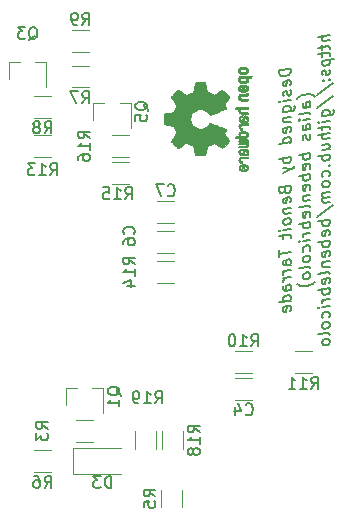
<source format=gbr>
%TF.GenerationSoftware,KiCad,Pcbnew,5.1.10*%
%TF.CreationDate,2021-09-14T17:18:41+02:00*%
%TF.ProjectId,BTS-LogicBoard,4254532d-4c6f-4676-9963-426f6172642e,rev?*%
%TF.SameCoordinates,Original*%
%TF.FileFunction,Legend,Bot*%
%TF.FilePolarity,Positive*%
%FSLAX46Y46*%
G04 Gerber Fmt 4.6, Leading zero omitted, Abs format (unit mm)*
G04 Created by KiCad (PCBNEW 5.1.10) date 2021-09-14 17:18:41*
%MOMM*%
%LPD*%
G01*
G04 APERTURE LIST*
%ADD10C,0.150000*%
%ADD11C,0.010000*%
%ADD12C,0.120000*%
G04 APERTURE END LIST*
D10*
X148027380Y-77291919D02*
X147027380Y-77416919D01*
X147027380Y-77655014D01*
X147075000Y-77791919D01*
X147170238Y-77875252D01*
X147265476Y-77910967D01*
X147455952Y-77934776D01*
X147598809Y-77916919D01*
X147789285Y-77845491D01*
X147884523Y-77785967D01*
X147979761Y-77678824D01*
X148027380Y-77530014D01*
X148027380Y-77291919D01*
X147979761Y-78678824D02*
X148027380Y-78577633D01*
X148027380Y-78387157D01*
X147979761Y-78297872D01*
X147884523Y-78262157D01*
X147503571Y-78309776D01*
X147408333Y-78369300D01*
X147360714Y-78470491D01*
X147360714Y-78660967D01*
X147408333Y-78750252D01*
X147503571Y-78785967D01*
X147598809Y-78774062D01*
X147694047Y-78285967D01*
X147979761Y-79107395D02*
X148027380Y-79196681D01*
X148027380Y-79387157D01*
X147979761Y-79488348D01*
X147884523Y-79547872D01*
X147836904Y-79553824D01*
X147741666Y-79518110D01*
X147694047Y-79428824D01*
X147694047Y-79285967D01*
X147646428Y-79196681D01*
X147551190Y-79160967D01*
X147503571Y-79166919D01*
X147408333Y-79226443D01*
X147360714Y-79327633D01*
X147360714Y-79470491D01*
X147408333Y-79559776D01*
X148027380Y-79958586D02*
X147360714Y-80041919D01*
X147027380Y-80083586D02*
X147075000Y-80030014D01*
X147122619Y-80071681D01*
X147075000Y-80125252D01*
X147027380Y-80083586D01*
X147122619Y-80071681D01*
X147360714Y-80946681D02*
X148170238Y-80845491D01*
X148265476Y-80785967D01*
X148313095Y-80732395D01*
X148360714Y-80631205D01*
X148360714Y-80488348D01*
X148313095Y-80399062D01*
X147979761Y-80869300D02*
X148027380Y-80768110D01*
X148027380Y-80577633D01*
X147979761Y-80488348D01*
X147932142Y-80446681D01*
X147836904Y-80410967D01*
X147551190Y-80446681D01*
X147455952Y-80506205D01*
X147408333Y-80559776D01*
X147360714Y-80660967D01*
X147360714Y-80851443D01*
X147408333Y-80940729D01*
X147360714Y-81422872D02*
X148027380Y-81339538D01*
X147455952Y-81410967D02*
X147408333Y-81464538D01*
X147360714Y-81565729D01*
X147360714Y-81708586D01*
X147408333Y-81797872D01*
X147503571Y-81833586D01*
X148027380Y-81768110D01*
X147979761Y-82631205D02*
X148027380Y-82530014D01*
X148027380Y-82339538D01*
X147979761Y-82250252D01*
X147884523Y-82214538D01*
X147503571Y-82262157D01*
X147408333Y-82321681D01*
X147360714Y-82422872D01*
X147360714Y-82613348D01*
X147408333Y-82702633D01*
X147503571Y-82738348D01*
X147598809Y-82726443D01*
X147694047Y-82238348D01*
X148027380Y-83530014D02*
X147027380Y-83655014D01*
X147979761Y-83535967D02*
X148027380Y-83434776D01*
X148027380Y-83244300D01*
X147979761Y-83155014D01*
X147932142Y-83113348D01*
X147836904Y-83077633D01*
X147551190Y-83113348D01*
X147455952Y-83172872D01*
X147408333Y-83226443D01*
X147360714Y-83327633D01*
X147360714Y-83518110D01*
X147408333Y-83607395D01*
X148027380Y-84768110D02*
X147027380Y-84893110D01*
X147408333Y-84845491D02*
X147360714Y-84946681D01*
X147360714Y-85137157D01*
X147408333Y-85226443D01*
X147455952Y-85268110D01*
X147551190Y-85303824D01*
X147836904Y-85268110D01*
X147932142Y-85208586D01*
X147979761Y-85155014D01*
X148027380Y-85053824D01*
X148027380Y-84863348D01*
X147979761Y-84774062D01*
X147360714Y-85660967D02*
X148027380Y-85815729D01*
X147360714Y-86137157D02*
X148027380Y-85815729D01*
X148265476Y-85690729D01*
X148313095Y-85637157D01*
X148360714Y-85535967D01*
X147503571Y-87595491D02*
X147551190Y-87732395D01*
X147598809Y-87774062D01*
X147694047Y-87809776D01*
X147836904Y-87791919D01*
X147932142Y-87732395D01*
X147979761Y-87678824D01*
X148027380Y-87577633D01*
X148027380Y-87196681D01*
X147027380Y-87321681D01*
X147027380Y-87655014D01*
X147075000Y-87744300D01*
X147122619Y-87785967D01*
X147217857Y-87821681D01*
X147313095Y-87809776D01*
X147408333Y-87750252D01*
X147455952Y-87696681D01*
X147503571Y-87595491D01*
X147503571Y-87262157D01*
X147979761Y-88583586D02*
X148027380Y-88482395D01*
X148027380Y-88291919D01*
X147979761Y-88202633D01*
X147884523Y-88166919D01*
X147503571Y-88214538D01*
X147408333Y-88274062D01*
X147360714Y-88375252D01*
X147360714Y-88565729D01*
X147408333Y-88655014D01*
X147503571Y-88690729D01*
X147598809Y-88678824D01*
X147694047Y-88190729D01*
X147360714Y-89137157D02*
X148027380Y-89053824D01*
X147455952Y-89125252D02*
X147408333Y-89178824D01*
X147360714Y-89280014D01*
X147360714Y-89422872D01*
X147408333Y-89512157D01*
X147503571Y-89547872D01*
X148027380Y-89482395D01*
X148027380Y-90101443D02*
X147979761Y-90012157D01*
X147932142Y-89970491D01*
X147836904Y-89934776D01*
X147551190Y-89970491D01*
X147455952Y-90030014D01*
X147408333Y-90083586D01*
X147360714Y-90184776D01*
X147360714Y-90327633D01*
X147408333Y-90416919D01*
X147455952Y-90458586D01*
X147551190Y-90494300D01*
X147836904Y-90458586D01*
X147932142Y-90399062D01*
X147979761Y-90345491D01*
X148027380Y-90244300D01*
X148027380Y-90101443D01*
X148027380Y-90863348D02*
X147360714Y-90946681D01*
X147027380Y-90988348D02*
X147075000Y-90934776D01*
X147122619Y-90976443D01*
X147075000Y-91030014D01*
X147027380Y-90988348D01*
X147122619Y-90976443D01*
X147360714Y-91280014D02*
X147360714Y-91660967D01*
X147027380Y-91464538D02*
X147884523Y-91357395D01*
X147979761Y-91393110D01*
X148027380Y-91482395D01*
X148027380Y-91577633D01*
X147027380Y-92655014D02*
X147027380Y-93226443D01*
X148027380Y-92815729D02*
X147027380Y-92940729D01*
X148027380Y-93863348D02*
X147503571Y-93928824D01*
X147408333Y-93893110D01*
X147360714Y-93803824D01*
X147360714Y-93613348D01*
X147408333Y-93512157D01*
X147979761Y-93869300D02*
X148027380Y-93768110D01*
X148027380Y-93530014D01*
X147979761Y-93440729D01*
X147884523Y-93405014D01*
X147789285Y-93416919D01*
X147694047Y-93476443D01*
X147646428Y-93577633D01*
X147646428Y-93815729D01*
X147598809Y-93916919D01*
X148027380Y-94339538D02*
X147360714Y-94422872D01*
X147551190Y-94399062D02*
X147455952Y-94458586D01*
X147408333Y-94512157D01*
X147360714Y-94613348D01*
X147360714Y-94708586D01*
X148027380Y-94958586D02*
X147360714Y-95041919D01*
X147551190Y-95018110D02*
X147455952Y-95077633D01*
X147408333Y-95131205D01*
X147360714Y-95232395D01*
X147360714Y-95327633D01*
X148027380Y-96006205D02*
X147503571Y-96071681D01*
X147408333Y-96035967D01*
X147360714Y-95946681D01*
X147360714Y-95756205D01*
X147408333Y-95655014D01*
X147979761Y-96012157D02*
X148027380Y-95910967D01*
X148027380Y-95672872D01*
X147979761Y-95583586D01*
X147884523Y-95547872D01*
X147789285Y-95559776D01*
X147694047Y-95619300D01*
X147646428Y-95720491D01*
X147646428Y-95958586D01*
X147598809Y-96059776D01*
X148027380Y-96910967D02*
X147027380Y-97035967D01*
X147979761Y-96916919D02*
X148027380Y-96815729D01*
X148027380Y-96625252D01*
X147979761Y-96535967D01*
X147932142Y-96494300D01*
X147836904Y-96458586D01*
X147551190Y-96494300D01*
X147455952Y-96553824D01*
X147408333Y-96607395D01*
X147360714Y-96708586D01*
X147360714Y-96899062D01*
X147408333Y-96988348D01*
X147979761Y-97774062D02*
X148027380Y-97672872D01*
X148027380Y-97482395D01*
X147979761Y-97393110D01*
X147884523Y-97357395D01*
X147503571Y-97405014D01*
X147408333Y-97464538D01*
X147360714Y-97565729D01*
X147360714Y-97756205D01*
X147408333Y-97845491D01*
X147503571Y-97881205D01*
X147598809Y-97869300D01*
X147694047Y-97381205D01*
X150058333Y-79649062D02*
X150010714Y-79607395D01*
X149867857Y-79530014D01*
X149772619Y-79494300D01*
X149629761Y-79464538D01*
X149391666Y-79446681D01*
X149201190Y-79470491D01*
X148963095Y-79547872D01*
X148820238Y-79613348D01*
X148725000Y-79672872D01*
X148582142Y-79785967D01*
X148534523Y-79839538D01*
X149677380Y-80506205D02*
X149153571Y-80571681D01*
X149058333Y-80535967D01*
X149010714Y-80446681D01*
X149010714Y-80256205D01*
X149058333Y-80155014D01*
X149629761Y-80512157D02*
X149677380Y-80410967D01*
X149677380Y-80172872D01*
X149629761Y-80083586D01*
X149534523Y-80047872D01*
X149439285Y-80059776D01*
X149344047Y-80119300D01*
X149296428Y-80220491D01*
X149296428Y-80458586D01*
X149248809Y-80559776D01*
X149677380Y-81125252D02*
X149629761Y-81035967D01*
X149534523Y-81000252D01*
X148677380Y-81107395D01*
X149677380Y-81506205D02*
X149010714Y-81589538D01*
X148677380Y-81631205D02*
X148725000Y-81577633D01*
X148772619Y-81619300D01*
X148725000Y-81672872D01*
X148677380Y-81631205D01*
X148772619Y-81619300D01*
X149677380Y-82410967D02*
X149153571Y-82476443D01*
X149058333Y-82440729D01*
X149010714Y-82351443D01*
X149010714Y-82160967D01*
X149058333Y-82059776D01*
X149629761Y-82416919D02*
X149677380Y-82315729D01*
X149677380Y-82077633D01*
X149629761Y-81988348D01*
X149534523Y-81952633D01*
X149439285Y-81964538D01*
X149344047Y-82024062D01*
X149296428Y-82125252D01*
X149296428Y-82363348D01*
X149248809Y-82464538D01*
X149629761Y-82845491D02*
X149677380Y-82934776D01*
X149677380Y-83125252D01*
X149629761Y-83226443D01*
X149534523Y-83285967D01*
X149486904Y-83291919D01*
X149391666Y-83256205D01*
X149344047Y-83166919D01*
X149344047Y-83024062D01*
X149296428Y-82934776D01*
X149201190Y-82899062D01*
X149153571Y-82905014D01*
X149058333Y-82964538D01*
X149010714Y-83065729D01*
X149010714Y-83208586D01*
X149058333Y-83297872D01*
X149677380Y-84458586D02*
X148677380Y-84583586D01*
X149058333Y-84535967D02*
X149010714Y-84637157D01*
X149010714Y-84827633D01*
X149058333Y-84916919D01*
X149105952Y-84958586D01*
X149201190Y-84994300D01*
X149486904Y-84958586D01*
X149582142Y-84899062D01*
X149629761Y-84845491D01*
X149677380Y-84744300D01*
X149677380Y-84553824D01*
X149629761Y-84464538D01*
X149629761Y-85750252D02*
X149677380Y-85649062D01*
X149677380Y-85458586D01*
X149629761Y-85369300D01*
X149534523Y-85333586D01*
X149153571Y-85381205D01*
X149058333Y-85440729D01*
X149010714Y-85541919D01*
X149010714Y-85732395D01*
X149058333Y-85821681D01*
X149153571Y-85857395D01*
X149248809Y-85845491D01*
X149344047Y-85357395D01*
X149677380Y-86220491D02*
X148677380Y-86345491D01*
X149058333Y-86297872D02*
X149010714Y-86399062D01*
X149010714Y-86589538D01*
X149058333Y-86678824D01*
X149105952Y-86720491D01*
X149201190Y-86756205D01*
X149486904Y-86720491D01*
X149582142Y-86660967D01*
X149629761Y-86607395D01*
X149677380Y-86506205D01*
X149677380Y-86315729D01*
X149629761Y-86226443D01*
X149629761Y-87512157D02*
X149677380Y-87410967D01*
X149677380Y-87220491D01*
X149629761Y-87131205D01*
X149534523Y-87095491D01*
X149153571Y-87143110D01*
X149058333Y-87202633D01*
X149010714Y-87303824D01*
X149010714Y-87494300D01*
X149058333Y-87583586D01*
X149153571Y-87619300D01*
X149248809Y-87607395D01*
X149344047Y-87119300D01*
X149010714Y-88065729D02*
X149677380Y-87982395D01*
X149105952Y-88053824D02*
X149058333Y-88107395D01*
X149010714Y-88208586D01*
X149010714Y-88351443D01*
X149058333Y-88440729D01*
X149153571Y-88476443D01*
X149677380Y-88410967D01*
X149677380Y-89030014D02*
X149629761Y-88940729D01*
X149534523Y-88905014D01*
X148677380Y-89012157D01*
X149629761Y-89797872D02*
X149677380Y-89696681D01*
X149677380Y-89506205D01*
X149629761Y-89416919D01*
X149534523Y-89381205D01*
X149153571Y-89428824D01*
X149058333Y-89488348D01*
X149010714Y-89589538D01*
X149010714Y-89780014D01*
X149058333Y-89869300D01*
X149153571Y-89905014D01*
X149248809Y-89893110D01*
X149344047Y-89405014D01*
X149677380Y-90268110D02*
X148677380Y-90393110D01*
X149058333Y-90345491D02*
X149010714Y-90446681D01*
X149010714Y-90637157D01*
X149058333Y-90726443D01*
X149105952Y-90768110D01*
X149201190Y-90803824D01*
X149486904Y-90768110D01*
X149582142Y-90708586D01*
X149629761Y-90655014D01*
X149677380Y-90553824D01*
X149677380Y-90363348D01*
X149629761Y-90274062D01*
X149677380Y-91172872D02*
X149010714Y-91256205D01*
X149201190Y-91232395D02*
X149105952Y-91291919D01*
X149058333Y-91345491D01*
X149010714Y-91446681D01*
X149010714Y-91541919D01*
X149677380Y-91791919D02*
X149010714Y-91875252D01*
X148677380Y-91916919D02*
X148725000Y-91863348D01*
X148772619Y-91905014D01*
X148725000Y-91958586D01*
X148677380Y-91916919D01*
X148772619Y-91905014D01*
X149629761Y-92702633D02*
X149677380Y-92601443D01*
X149677380Y-92410967D01*
X149629761Y-92321681D01*
X149582142Y-92280014D01*
X149486904Y-92244300D01*
X149201190Y-92280014D01*
X149105952Y-92339538D01*
X149058333Y-92393110D01*
X149010714Y-92494300D01*
X149010714Y-92684776D01*
X149058333Y-92774062D01*
X149677380Y-93268110D02*
X149629761Y-93178824D01*
X149582142Y-93137157D01*
X149486904Y-93101443D01*
X149201190Y-93137157D01*
X149105952Y-93196681D01*
X149058333Y-93250252D01*
X149010714Y-93351443D01*
X149010714Y-93494300D01*
X149058333Y-93583586D01*
X149105952Y-93625252D01*
X149201190Y-93660967D01*
X149486904Y-93625252D01*
X149582142Y-93565729D01*
X149629761Y-93512157D01*
X149677380Y-93410967D01*
X149677380Y-93268110D01*
X149677380Y-94172872D02*
X149629761Y-94083586D01*
X149534523Y-94047872D01*
X148677380Y-94155014D01*
X149677380Y-94696681D02*
X149629761Y-94607395D01*
X149582142Y-94565729D01*
X149486904Y-94530014D01*
X149201190Y-94565729D01*
X149105952Y-94625252D01*
X149058333Y-94678824D01*
X149010714Y-94780014D01*
X149010714Y-94922872D01*
X149058333Y-95012157D01*
X149105952Y-95053824D01*
X149201190Y-95089538D01*
X149486904Y-95053824D01*
X149582142Y-94994300D01*
X149629761Y-94940729D01*
X149677380Y-94839538D01*
X149677380Y-94696681D01*
X150058333Y-95315729D02*
X150010714Y-95369300D01*
X149867857Y-95482395D01*
X149772619Y-95541919D01*
X149629761Y-95607395D01*
X149391666Y-95684776D01*
X149201190Y-95708586D01*
X148963095Y-95690729D01*
X148820238Y-95660967D01*
X148725000Y-95625252D01*
X148582142Y-95547872D01*
X148534523Y-95506205D01*
X151327380Y-74458586D02*
X150327380Y-74583586D01*
X151327380Y-74887157D02*
X150803571Y-74952633D01*
X150708333Y-74916919D01*
X150660714Y-74827633D01*
X150660714Y-74684776D01*
X150708333Y-74583586D01*
X150755952Y-74530014D01*
X150660714Y-75303824D02*
X150660714Y-75684776D01*
X150327380Y-75488348D02*
X151184523Y-75381205D01*
X151279761Y-75416919D01*
X151327380Y-75506205D01*
X151327380Y-75601443D01*
X150660714Y-75875252D02*
X150660714Y-76256205D01*
X150327380Y-76059776D02*
X151184523Y-75952633D01*
X151279761Y-75988348D01*
X151327380Y-76077633D01*
X151327380Y-76172872D01*
X150660714Y-76589538D02*
X151660714Y-76464538D01*
X150708333Y-76583586D02*
X150660714Y-76684776D01*
X150660714Y-76875252D01*
X150708333Y-76964538D01*
X150755952Y-77006205D01*
X150851190Y-77041919D01*
X151136904Y-77006205D01*
X151232142Y-76946681D01*
X151279761Y-76893110D01*
X151327380Y-76791919D01*
X151327380Y-76601443D01*
X151279761Y-76512157D01*
X151279761Y-77369300D02*
X151327380Y-77458586D01*
X151327380Y-77649062D01*
X151279761Y-77750252D01*
X151184523Y-77809776D01*
X151136904Y-77815729D01*
X151041666Y-77780014D01*
X150994047Y-77690729D01*
X150994047Y-77547872D01*
X150946428Y-77458586D01*
X150851190Y-77422872D01*
X150803571Y-77428824D01*
X150708333Y-77488348D01*
X150660714Y-77589538D01*
X150660714Y-77732395D01*
X150708333Y-77821681D01*
X151232142Y-78232395D02*
X151279761Y-78274062D01*
X151327380Y-78220491D01*
X151279761Y-78178824D01*
X151232142Y-78232395D01*
X151327380Y-78220491D01*
X150708333Y-78297872D02*
X150755952Y-78339538D01*
X150803571Y-78285967D01*
X150755952Y-78244300D01*
X150708333Y-78297872D01*
X150803571Y-78285967D01*
X150279761Y-79541919D02*
X151565476Y-78524062D01*
X150279761Y-80589538D02*
X151565476Y-79571681D01*
X150660714Y-81303824D02*
X151470238Y-81202633D01*
X151565476Y-81143110D01*
X151613095Y-81089538D01*
X151660714Y-80988348D01*
X151660714Y-80845491D01*
X151613095Y-80756205D01*
X151279761Y-81226443D02*
X151327380Y-81125252D01*
X151327380Y-80934776D01*
X151279761Y-80845491D01*
X151232142Y-80803824D01*
X151136904Y-80768110D01*
X150851190Y-80803824D01*
X150755952Y-80863348D01*
X150708333Y-80916919D01*
X150660714Y-81018110D01*
X150660714Y-81208586D01*
X150708333Y-81297872D01*
X151327380Y-81696681D02*
X150660714Y-81780014D01*
X150327380Y-81821681D02*
X150375000Y-81768110D01*
X150422619Y-81809776D01*
X150375000Y-81863348D01*
X150327380Y-81821681D01*
X150422619Y-81809776D01*
X150660714Y-82113348D02*
X150660714Y-82494300D01*
X150327380Y-82297872D02*
X151184523Y-82190729D01*
X151279761Y-82226443D01*
X151327380Y-82315729D01*
X151327380Y-82410967D01*
X151327380Y-82744300D02*
X150327380Y-82869300D01*
X151327380Y-83172872D02*
X150803571Y-83238348D01*
X150708333Y-83202633D01*
X150660714Y-83113348D01*
X150660714Y-82970491D01*
X150708333Y-82869300D01*
X150755952Y-82815729D01*
X150660714Y-84160967D02*
X151327380Y-84077633D01*
X150660714Y-83732395D02*
X151184523Y-83666919D01*
X151279761Y-83702633D01*
X151327380Y-83791919D01*
X151327380Y-83934776D01*
X151279761Y-84035967D01*
X151232142Y-84089538D01*
X151327380Y-84553824D02*
X150327380Y-84678824D01*
X150708333Y-84631205D02*
X150660714Y-84732395D01*
X150660714Y-84922872D01*
X150708333Y-85012157D01*
X150755952Y-85053824D01*
X150851190Y-85089538D01*
X151136904Y-85053824D01*
X151232142Y-84994300D01*
X151279761Y-84940729D01*
X151327380Y-84839538D01*
X151327380Y-84649062D01*
X151279761Y-84559776D01*
X151232142Y-85470491D02*
X151279761Y-85512157D01*
X151327380Y-85458586D01*
X151279761Y-85416919D01*
X151232142Y-85470491D01*
X151327380Y-85458586D01*
X151279761Y-86369300D02*
X151327380Y-86268110D01*
X151327380Y-86077633D01*
X151279761Y-85988348D01*
X151232142Y-85946681D01*
X151136904Y-85910967D01*
X150851190Y-85946681D01*
X150755952Y-86006205D01*
X150708333Y-86059776D01*
X150660714Y-86160967D01*
X150660714Y-86351443D01*
X150708333Y-86440729D01*
X151327380Y-86934776D02*
X151279761Y-86845491D01*
X151232142Y-86803824D01*
X151136904Y-86768110D01*
X150851190Y-86803824D01*
X150755952Y-86863348D01*
X150708333Y-86916919D01*
X150660714Y-87018110D01*
X150660714Y-87160967D01*
X150708333Y-87250252D01*
X150755952Y-87291919D01*
X150851190Y-87327633D01*
X151136904Y-87291919D01*
X151232142Y-87232395D01*
X151279761Y-87178824D01*
X151327380Y-87077633D01*
X151327380Y-86934776D01*
X151327380Y-87696681D02*
X150660714Y-87780014D01*
X150755952Y-87768110D02*
X150708333Y-87821681D01*
X150660714Y-87922872D01*
X150660714Y-88065729D01*
X150708333Y-88155014D01*
X150803571Y-88190729D01*
X151327380Y-88125252D01*
X150803571Y-88190729D02*
X150708333Y-88250252D01*
X150660714Y-88351443D01*
X150660714Y-88494300D01*
X150708333Y-88583586D01*
X150803571Y-88619300D01*
X151327380Y-88553824D01*
X150279761Y-89875252D02*
X151565476Y-88857395D01*
X151327380Y-90077633D02*
X150327380Y-90202633D01*
X150708333Y-90155014D02*
X150660714Y-90256205D01*
X150660714Y-90446681D01*
X150708333Y-90535967D01*
X150755952Y-90577633D01*
X150851190Y-90613348D01*
X151136904Y-90577633D01*
X151232142Y-90518110D01*
X151279761Y-90464538D01*
X151327380Y-90363348D01*
X151327380Y-90172872D01*
X151279761Y-90083586D01*
X151279761Y-91369300D02*
X151327380Y-91268110D01*
X151327380Y-91077633D01*
X151279761Y-90988348D01*
X151184523Y-90952633D01*
X150803571Y-91000252D01*
X150708333Y-91059776D01*
X150660714Y-91160967D01*
X150660714Y-91351443D01*
X150708333Y-91440729D01*
X150803571Y-91476443D01*
X150898809Y-91464538D01*
X150994047Y-90976443D01*
X151327380Y-91839538D02*
X150327380Y-91964538D01*
X150708333Y-91916919D02*
X150660714Y-92018110D01*
X150660714Y-92208586D01*
X150708333Y-92297872D01*
X150755952Y-92339538D01*
X150851190Y-92375252D01*
X151136904Y-92339538D01*
X151232142Y-92280014D01*
X151279761Y-92226443D01*
X151327380Y-92125252D01*
X151327380Y-91934776D01*
X151279761Y-91845491D01*
X151279761Y-93131205D02*
X151327380Y-93030014D01*
X151327380Y-92839538D01*
X151279761Y-92750252D01*
X151184523Y-92714538D01*
X150803571Y-92762157D01*
X150708333Y-92821681D01*
X150660714Y-92922872D01*
X150660714Y-93113348D01*
X150708333Y-93202633D01*
X150803571Y-93238348D01*
X150898809Y-93226443D01*
X150994047Y-92738348D01*
X150660714Y-93684776D02*
X151327380Y-93601443D01*
X150755952Y-93672872D02*
X150708333Y-93726443D01*
X150660714Y-93827633D01*
X150660714Y-93970491D01*
X150708333Y-94059776D01*
X150803571Y-94095491D01*
X151327380Y-94030014D01*
X151327380Y-94649062D02*
X151279761Y-94559776D01*
X151184523Y-94524062D01*
X150327380Y-94631205D01*
X151279761Y-95416919D02*
X151327380Y-95315729D01*
X151327380Y-95125252D01*
X151279761Y-95035967D01*
X151184523Y-95000252D01*
X150803571Y-95047872D01*
X150708333Y-95107395D01*
X150660714Y-95208586D01*
X150660714Y-95399062D01*
X150708333Y-95488348D01*
X150803571Y-95524062D01*
X150898809Y-95512157D01*
X150994047Y-95024062D01*
X151327380Y-95887157D02*
X150327380Y-96012157D01*
X150708333Y-95964538D02*
X150660714Y-96065729D01*
X150660714Y-96256205D01*
X150708333Y-96345491D01*
X150755952Y-96387157D01*
X150851190Y-96422872D01*
X151136904Y-96387157D01*
X151232142Y-96327633D01*
X151279761Y-96274062D01*
X151327380Y-96172872D01*
X151327380Y-95982395D01*
X151279761Y-95893110D01*
X151327380Y-96791919D02*
X150660714Y-96875252D01*
X150851190Y-96851443D02*
X150755952Y-96910967D01*
X150708333Y-96964538D01*
X150660714Y-97065729D01*
X150660714Y-97160967D01*
X151327380Y-97410967D02*
X150660714Y-97494300D01*
X150327380Y-97535967D02*
X150375000Y-97482395D01*
X150422619Y-97524062D01*
X150375000Y-97577633D01*
X150327380Y-97535967D01*
X150422619Y-97524062D01*
X151279761Y-98321681D02*
X151327380Y-98220491D01*
X151327380Y-98030014D01*
X151279761Y-97940729D01*
X151232142Y-97899062D01*
X151136904Y-97863348D01*
X150851190Y-97899062D01*
X150755952Y-97958586D01*
X150708333Y-98012157D01*
X150660714Y-98113348D01*
X150660714Y-98303824D01*
X150708333Y-98393110D01*
X151327380Y-98887157D02*
X151279761Y-98797872D01*
X151232142Y-98756205D01*
X151136904Y-98720491D01*
X150851190Y-98756205D01*
X150755952Y-98815729D01*
X150708333Y-98869300D01*
X150660714Y-98970491D01*
X150660714Y-99113348D01*
X150708333Y-99202633D01*
X150755952Y-99244300D01*
X150851190Y-99280014D01*
X151136904Y-99244300D01*
X151232142Y-99184776D01*
X151279761Y-99131205D01*
X151327380Y-99030014D01*
X151327380Y-98887157D01*
X151327380Y-99791919D02*
X151279761Y-99702633D01*
X151184523Y-99666919D01*
X150327380Y-99774062D01*
X151327380Y-100315729D02*
X151279761Y-100226443D01*
X151232142Y-100184776D01*
X151136904Y-100149062D01*
X150851190Y-100184776D01*
X150755952Y-100244300D01*
X150708333Y-100297872D01*
X150660714Y-100399062D01*
X150660714Y-100541919D01*
X150708333Y-100631205D01*
X150755952Y-100672872D01*
X150851190Y-100708586D01*
X151136904Y-100672872D01*
X151232142Y-100613348D01*
X151279761Y-100559776D01*
X151327380Y-100458586D01*
X151327380Y-100315729D01*
D11*
%TO.C,REF\u002A\u002A*%
G36*
X143554505Y-78302886D02*
G01*
X143591727Y-78377539D01*
X143660261Y-78443431D01*
X143685648Y-78461577D01*
X143718866Y-78481345D01*
X143754945Y-78494172D01*
X143803098Y-78501510D01*
X143872536Y-78504813D01*
X143964206Y-78505538D01*
X144089830Y-78502263D01*
X144184154Y-78490877D01*
X144254523Y-78469041D01*
X144308286Y-78434419D01*
X144352788Y-78384670D01*
X144355423Y-78381014D01*
X144382377Y-78331985D01*
X144395712Y-78272945D01*
X144399000Y-78197859D01*
X144399000Y-78075795D01*
X144517497Y-78075744D01*
X144583492Y-78074608D01*
X144622202Y-78067686D01*
X144645419Y-78049598D01*
X144664933Y-78014962D01*
X144668920Y-78006645D01*
X144687603Y-77967720D01*
X144699403Y-77937583D01*
X144700422Y-77915174D01*
X144686761Y-77899433D01*
X144654522Y-77889302D01*
X144599804Y-77883723D01*
X144518711Y-77881635D01*
X144407344Y-77881981D01*
X144261802Y-77883700D01*
X144218269Y-77884237D01*
X144068205Y-77886172D01*
X143970042Y-77887904D01*
X143970042Y-78075692D01*
X144053364Y-78076748D01*
X144107880Y-78081438D01*
X144143837Y-78092051D01*
X144171482Y-78110872D01*
X144184965Y-78123650D01*
X144224417Y-78175890D01*
X144227628Y-78222142D01*
X144195049Y-78269867D01*
X144193846Y-78271077D01*
X144168668Y-78290494D01*
X144134447Y-78302307D01*
X144081748Y-78308265D01*
X144001131Y-78310120D01*
X143983271Y-78310154D01*
X143872175Y-78305670D01*
X143795161Y-78291074D01*
X143748147Y-78264650D01*
X143727050Y-78224683D01*
X143724923Y-78201584D01*
X143734900Y-78146762D01*
X143767752Y-78109158D01*
X143827857Y-78086523D01*
X143919598Y-78076606D01*
X143970042Y-78075692D01*
X143970042Y-77887904D01*
X143952060Y-77888222D01*
X143864679Y-77890873D01*
X143800905Y-77894606D01*
X143755582Y-77899907D01*
X143723555Y-77907258D01*
X143699668Y-77917143D01*
X143678764Y-77930046D01*
X143670898Y-77935579D01*
X143596595Y-78008969D01*
X143554467Y-78101760D01*
X143542722Y-78209096D01*
X143554505Y-78302886D01*
G37*
X143554505Y-78302886D02*
X143591727Y-78377539D01*
X143660261Y-78443431D01*
X143685648Y-78461577D01*
X143718866Y-78481345D01*
X143754945Y-78494172D01*
X143803098Y-78501510D01*
X143872536Y-78504813D01*
X143964206Y-78505538D01*
X144089830Y-78502263D01*
X144184154Y-78490877D01*
X144254523Y-78469041D01*
X144308286Y-78434419D01*
X144352788Y-78384670D01*
X144355423Y-78381014D01*
X144382377Y-78331985D01*
X144395712Y-78272945D01*
X144399000Y-78197859D01*
X144399000Y-78075795D01*
X144517497Y-78075744D01*
X144583492Y-78074608D01*
X144622202Y-78067686D01*
X144645419Y-78049598D01*
X144664933Y-78014962D01*
X144668920Y-78006645D01*
X144687603Y-77967720D01*
X144699403Y-77937583D01*
X144700422Y-77915174D01*
X144686761Y-77899433D01*
X144654522Y-77889302D01*
X144599804Y-77883723D01*
X144518711Y-77881635D01*
X144407344Y-77881981D01*
X144261802Y-77883700D01*
X144218269Y-77884237D01*
X144068205Y-77886172D01*
X143970042Y-77887904D01*
X143970042Y-78075692D01*
X144053364Y-78076748D01*
X144107880Y-78081438D01*
X144143837Y-78092051D01*
X144171482Y-78110872D01*
X144184965Y-78123650D01*
X144224417Y-78175890D01*
X144227628Y-78222142D01*
X144195049Y-78269867D01*
X144193846Y-78271077D01*
X144168668Y-78290494D01*
X144134447Y-78302307D01*
X144081748Y-78308265D01*
X144001131Y-78310120D01*
X143983271Y-78310154D01*
X143872175Y-78305670D01*
X143795161Y-78291074D01*
X143748147Y-78264650D01*
X143727050Y-78224683D01*
X143724923Y-78201584D01*
X143734900Y-78146762D01*
X143767752Y-78109158D01*
X143827857Y-78086523D01*
X143919598Y-78076606D01*
X143970042Y-78075692D01*
X143970042Y-77887904D01*
X143952060Y-77888222D01*
X143864679Y-77890873D01*
X143800905Y-77894606D01*
X143755582Y-77899907D01*
X143723555Y-77907258D01*
X143699668Y-77917143D01*
X143678764Y-77930046D01*
X143670898Y-77935579D01*
X143596595Y-78008969D01*
X143554467Y-78101760D01*
X143542722Y-78209096D01*
X143554505Y-78302886D01*
G36*
X143565089Y-79805664D02*
G01*
X143601358Y-79868367D01*
X143637358Y-79911961D01*
X143675075Y-79943845D01*
X143721199Y-79965810D01*
X143782421Y-79979649D01*
X143865431Y-79987153D01*
X143976919Y-79990117D01*
X144057062Y-79990461D01*
X144352065Y-79990461D01*
X144426515Y-79824385D01*
X144103402Y-79814615D01*
X143982729Y-79810579D01*
X143895141Y-79806344D01*
X143834650Y-79801097D01*
X143795268Y-79794025D01*
X143771007Y-79784311D01*
X143755880Y-79771144D01*
X143752606Y-79766919D01*
X143727034Y-79702909D01*
X143737153Y-79638208D01*
X143764000Y-79599692D01*
X143783024Y-79584025D01*
X143807988Y-79573180D01*
X143845834Y-79566288D01*
X143903502Y-79562479D01*
X143987935Y-79560883D01*
X144075928Y-79560615D01*
X144186323Y-79560563D01*
X144264463Y-79558672D01*
X144317165Y-79552345D01*
X144351242Y-79538983D01*
X144373511Y-79515985D01*
X144390787Y-79480754D01*
X144408738Y-79433697D01*
X144428278Y-79382303D01*
X144081485Y-79388421D01*
X143956468Y-79390884D01*
X143864082Y-79393767D01*
X143797881Y-79397898D01*
X143751420Y-79404107D01*
X143718256Y-79413226D01*
X143691944Y-79426083D01*
X143668729Y-79441584D01*
X143594569Y-79516371D01*
X143551684Y-79607628D01*
X143541412Y-79706883D01*
X143565089Y-79805664D01*
G37*
X143565089Y-79805664D02*
X143601358Y-79868367D01*
X143637358Y-79911961D01*
X143675075Y-79943845D01*
X143721199Y-79965810D01*
X143782421Y-79979649D01*
X143865431Y-79987153D01*
X143976919Y-79990117D01*
X144057062Y-79990461D01*
X144352065Y-79990461D01*
X144426515Y-79824385D01*
X144103402Y-79814615D01*
X143982729Y-79810579D01*
X143895141Y-79806344D01*
X143834650Y-79801097D01*
X143795268Y-79794025D01*
X143771007Y-79784311D01*
X143755880Y-79771144D01*
X143752606Y-79766919D01*
X143727034Y-79702909D01*
X143737153Y-79638208D01*
X143764000Y-79599692D01*
X143783024Y-79584025D01*
X143807988Y-79573180D01*
X143845834Y-79566288D01*
X143903502Y-79562479D01*
X143987935Y-79560883D01*
X144075928Y-79560615D01*
X144186323Y-79560563D01*
X144264463Y-79558672D01*
X144317165Y-79552345D01*
X144351242Y-79538983D01*
X144373511Y-79515985D01*
X144390787Y-79480754D01*
X144408738Y-79433697D01*
X144428278Y-79382303D01*
X144081485Y-79388421D01*
X143956468Y-79390884D01*
X143864082Y-79393767D01*
X143797881Y-79397898D01*
X143751420Y-79404107D01*
X143718256Y-79413226D01*
X143691944Y-79426083D01*
X143668729Y-79441584D01*
X143594569Y-79516371D01*
X143551684Y-79607628D01*
X143541412Y-79706883D01*
X143565089Y-79805664D01*
G36*
X143557256Y-77550886D02*
G01*
X143605409Y-77642464D01*
X143682905Y-77710049D01*
X143732727Y-77734057D01*
X143807533Y-77752738D01*
X143902052Y-77762301D01*
X144005210Y-77763208D01*
X144105935Y-77755921D01*
X144193153Y-77740903D01*
X144255791Y-77718615D01*
X144266579Y-77711765D01*
X144347105Y-77630632D01*
X144395336Y-77534266D01*
X144409450Y-77429701D01*
X144387629Y-77323968D01*
X144374547Y-77294543D01*
X144334231Y-77237241D01*
X144280775Y-77186950D01*
X144273995Y-77182197D01*
X144241321Y-77162878D01*
X144206394Y-77150108D01*
X144160414Y-77142564D01*
X144094584Y-77138924D01*
X144000105Y-77137865D01*
X143978923Y-77137846D01*
X143972182Y-77137894D01*
X143972182Y-77333231D01*
X144061349Y-77334368D01*
X144120520Y-77338841D01*
X144158741Y-77348246D01*
X144185053Y-77364176D01*
X144193846Y-77372308D01*
X144227261Y-77419058D01*
X144225737Y-77464447D01*
X144196752Y-77510340D01*
X144165809Y-77537712D01*
X144120643Y-77553923D01*
X144049420Y-77563026D01*
X144041114Y-77563651D01*
X143912037Y-77565204D01*
X143816172Y-77548965D01*
X143754107Y-77515152D01*
X143726432Y-77463984D01*
X143724923Y-77445720D01*
X143732513Y-77397760D01*
X143758808Y-77364953D01*
X143809095Y-77344895D01*
X143888664Y-77335178D01*
X143972182Y-77333231D01*
X143972182Y-77137894D01*
X143878249Y-77138574D01*
X143807906Y-77141629D01*
X143759163Y-77148322D01*
X143723288Y-77159960D01*
X143691548Y-77177853D01*
X143685648Y-77181808D01*
X143606104Y-77248267D01*
X143559929Y-77320685D01*
X143541599Y-77408849D01*
X143540703Y-77438787D01*
X143557256Y-77550886D01*
G37*
X143557256Y-77550886D02*
X143605409Y-77642464D01*
X143682905Y-77710049D01*
X143732727Y-77734057D01*
X143807533Y-77752738D01*
X143902052Y-77762301D01*
X144005210Y-77763208D01*
X144105935Y-77755921D01*
X144193153Y-77740903D01*
X144255791Y-77718615D01*
X144266579Y-77711765D01*
X144347105Y-77630632D01*
X144395336Y-77534266D01*
X144409450Y-77429701D01*
X144387629Y-77323968D01*
X144374547Y-77294543D01*
X144334231Y-77237241D01*
X144280775Y-77186950D01*
X144273995Y-77182197D01*
X144241321Y-77162878D01*
X144206394Y-77150108D01*
X144160414Y-77142564D01*
X144094584Y-77138924D01*
X144000105Y-77137865D01*
X143978923Y-77137846D01*
X143972182Y-77137894D01*
X143972182Y-77333231D01*
X144061349Y-77334368D01*
X144120520Y-77338841D01*
X144158741Y-77348246D01*
X144185053Y-77364176D01*
X144193846Y-77372308D01*
X144227261Y-77419058D01*
X144225737Y-77464447D01*
X144196752Y-77510340D01*
X144165809Y-77537712D01*
X144120643Y-77553923D01*
X144049420Y-77563026D01*
X144041114Y-77563651D01*
X143912037Y-77565204D01*
X143816172Y-77548965D01*
X143754107Y-77515152D01*
X143726432Y-77463984D01*
X143724923Y-77445720D01*
X143732513Y-77397760D01*
X143758808Y-77364953D01*
X143809095Y-77344895D01*
X143888664Y-77335178D01*
X143972182Y-77333231D01*
X143972182Y-77137894D01*
X143878249Y-77138574D01*
X143807906Y-77141629D01*
X143759163Y-77148322D01*
X143723288Y-77159960D01*
X143691548Y-77177853D01*
X143685648Y-77181808D01*
X143606104Y-77248267D01*
X143559929Y-77320685D01*
X143541599Y-77408849D01*
X143540703Y-77438787D01*
X143557256Y-77550886D01*
G36*
X143569745Y-79068254D02*
G01*
X143621567Y-79145286D01*
X143696412Y-79204816D01*
X143791654Y-79240378D01*
X143861756Y-79247571D01*
X143891009Y-79246754D01*
X143913407Y-79239914D01*
X143933474Y-79221112D01*
X143955733Y-79184408D01*
X143984709Y-79123862D01*
X144024927Y-79033534D01*
X144025129Y-79033077D01*
X144063210Y-78949933D01*
X144097025Y-78881753D01*
X144122933Y-78835505D01*
X144137295Y-78818158D01*
X144137411Y-78818154D01*
X144168685Y-78833443D01*
X144203157Y-78869196D01*
X144227990Y-78910242D01*
X144232923Y-78931037D01*
X144215862Y-78987770D01*
X144173133Y-79036627D01*
X144126155Y-79060465D01*
X144091522Y-79083397D01*
X144052081Y-79128318D01*
X144018009Y-79181123D01*
X143999480Y-79227710D01*
X143998462Y-79237452D01*
X144015215Y-79248418D01*
X144058039Y-79249079D01*
X144115781Y-79241020D01*
X144177289Y-79225827D01*
X144231409Y-79205086D01*
X144233510Y-79204038D01*
X144320660Y-79141621D01*
X144379939Y-79060726D01*
X144409034Y-78968856D01*
X144405634Y-78873513D01*
X144367428Y-78782198D01*
X144364741Y-78778138D01*
X144299642Y-78706306D01*
X144214705Y-78659073D01*
X144103021Y-78632934D01*
X144071643Y-78629426D01*
X143923536Y-78623213D01*
X143854468Y-78630661D01*
X143854468Y-78818154D01*
X143897552Y-78820590D01*
X143910126Y-78833914D01*
X143900719Y-78867132D01*
X143878483Y-78919494D01*
X143850610Y-78978024D01*
X143849872Y-78979479D01*
X143823777Y-79029089D01*
X143806363Y-79049000D01*
X143788107Y-79044090D01*
X143764120Y-79023416D01*
X143729406Y-78970819D01*
X143726856Y-78914177D01*
X143752119Y-78863369D01*
X143800847Y-78828276D01*
X143854468Y-78818154D01*
X143854468Y-78630661D01*
X143805036Y-78635992D01*
X143711055Y-78668778D01*
X143645215Y-78714421D01*
X143578681Y-78796802D01*
X143545676Y-78887546D01*
X143543573Y-78980185D01*
X143569745Y-79068254D01*
G37*
X143569745Y-79068254D02*
X143621567Y-79145286D01*
X143696412Y-79204816D01*
X143791654Y-79240378D01*
X143861756Y-79247571D01*
X143891009Y-79246754D01*
X143913407Y-79239914D01*
X143933474Y-79221112D01*
X143955733Y-79184408D01*
X143984709Y-79123862D01*
X144024927Y-79033534D01*
X144025129Y-79033077D01*
X144063210Y-78949933D01*
X144097025Y-78881753D01*
X144122933Y-78835505D01*
X144137295Y-78818158D01*
X144137411Y-78818154D01*
X144168685Y-78833443D01*
X144203157Y-78869196D01*
X144227990Y-78910242D01*
X144232923Y-78931037D01*
X144215862Y-78987770D01*
X144173133Y-79036627D01*
X144126155Y-79060465D01*
X144091522Y-79083397D01*
X144052081Y-79128318D01*
X144018009Y-79181123D01*
X143999480Y-79227710D01*
X143998462Y-79237452D01*
X144015215Y-79248418D01*
X144058039Y-79249079D01*
X144115781Y-79241020D01*
X144177289Y-79225827D01*
X144231409Y-79205086D01*
X144233510Y-79204038D01*
X144320660Y-79141621D01*
X144379939Y-79060726D01*
X144409034Y-78968856D01*
X144405634Y-78873513D01*
X144367428Y-78782198D01*
X144364741Y-78778138D01*
X144299642Y-78706306D01*
X144214705Y-78659073D01*
X144103021Y-78632934D01*
X144071643Y-78629426D01*
X143923536Y-78623213D01*
X143854468Y-78630661D01*
X143854468Y-78818154D01*
X143897552Y-78820590D01*
X143910126Y-78833914D01*
X143900719Y-78867132D01*
X143878483Y-78919494D01*
X143850610Y-78978024D01*
X143849872Y-78979479D01*
X143823777Y-79029089D01*
X143806363Y-79049000D01*
X143788107Y-79044090D01*
X143764120Y-79023416D01*
X143729406Y-78970819D01*
X143726856Y-78914177D01*
X143752119Y-78863369D01*
X143800847Y-78828276D01*
X143854468Y-78818154D01*
X143854468Y-78630661D01*
X143805036Y-78635992D01*
X143711055Y-78668778D01*
X143645215Y-78714421D01*
X143578681Y-78796802D01*
X143545676Y-78887546D01*
X143543573Y-78980185D01*
X143569745Y-79068254D01*
G36*
X143462120Y-80693846D02*
G01*
X143541980Y-80699572D01*
X143589039Y-80706149D01*
X143609566Y-80715262D01*
X143609829Y-80728598D01*
X143607378Y-80732923D01*
X143589636Y-80790444D01*
X143590672Y-80865268D01*
X143608910Y-80941339D01*
X143632505Y-80988918D01*
X143670198Y-81037702D01*
X143712855Y-81073364D01*
X143767057Y-81097845D01*
X143839384Y-81113087D01*
X143936419Y-81121030D01*
X144064742Y-81123616D01*
X144089358Y-81123662D01*
X144365870Y-81123692D01*
X144387320Y-81062161D01*
X144401912Y-81018459D01*
X144408706Y-80994482D01*
X144408769Y-80993777D01*
X144390345Y-80991415D01*
X144339526Y-80989406D01*
X144262993Y-80987901D01*
X144167430Y-80987053D01*
X144109329Y-80986923D01*
X143994771Y-80986651D01*
X143912667Y-80985252D01*
X143856393Y-80981849D01*
X143819326Y-80975567D01*
X143794844Y-80965529D01*
X143776325Y-80950861D01*
X143767406Y-80941702D01*
X143731466Y-80878789D01*
X143728775Y-80810136D01*
X143759170Y-80747848D01*
X143770144Y-80736329D01*
X143790779Y-80719433D01*
X143815256Y-80707714D01*
X143850647Y-80700233D01*
X143904026Y-80696054D01*
X143982466Y-80694237D01*
X144090617Y-80693846D01*
X144365870Y-80693846D01*
X144387320Y-80632315D01*
X144401912Y-80588613D01*
X144408706Y-80564636D01*
X144408769Y-80563930D01*
X144390069Y-80562126D01*
X144337322Y-80560500D01*
X144255557Y-80559117D01*
X144149805Y-80558042D01*
X144025094Y-80557340D01*
X143886455Y-80557077D01*
X143351806Y-80557077D01*
X143298236Y-80684077D01*
X143462120Y-80693846D01*
G37*
X143462120Y-80693846D02*
X143541980Y-80699572D01*
X143589039Y-80706149D01*
X143609566Y-80715262D01*
X143609829Y-80728598D01*
X143607378Y-80732923D01*
X143589636Y-80790444D01*
X143590672Y-80865268D01*
X143608910Y-80941339D01*
X143632505Y-80988918D01*
X143670198Y-81037702D01*
X143712855Y-81073364D01*
X143767057Y-81097845D01*
X143839384Y-81113087D01*
X143936419Y-81121030D01*
X144064742Y-81123616D01*
X144089358Y-81123662D01*
X144365870Y-81123692D01*
X144387320Y-81062161D01*
X144401912Y-81018459D01*
X144408706Y-80994482D01*
X144408769Y-80993777D01*
X144390345Y-80991415D01*
X144339526Y-80989406D01*
X144262993Y-80987901D01*
X144167430Y-80987053D01*
X144109329Y-80986923D01*
X143994771Y-80986651D01*
X143912667Y-80985252D01*
X143856393Y-80981849D01*
X143819326Y-80975567D01*
X143794844Y-80965529D01*
X143776325Y-80950861D01*
X143767406Y-80941702D01*
X143731466Y-80878789D01*
X143728775Y-80810136D01*
X143759170Y-80747848D01*
X143770144Y-80736329D01*
X143790779Y-80719433D01*
X143815256Y-80707714D01*
X143850647Y-80700233D01*
X143904026Y-80696054D01*
X143982466Y-80694237D01*
X144090617Y-80693846D01*
X144365870Y-80693846D01*
X144387320Y-80632315D01*
X144401912Y-80588613D01*
X144408706Y-80564636D01*
X144408769Y-80563930D01*
X144390069Y-80562126D01*
X144337322Y-80560500D01*
X144255557Y-80559117D01*
X144149805Y-80558042D01*
X144025094Y-80557340D01*
X143886455Y-80557077D01*
X143351806Y-80557077D01*
X143298236Y-80684077D01*
X143462120Y-80693846D01*
G36*
X143596303Y-81587501D02*
G01*
X143624733Y-81664060D01*
X143625279Y-81664936D01*
X143660127Y-81712285D01*
X143700852Y-81747241D01*
X143753925Y-81771825D01*
X143825814Y-81788062D01*
X143922992Y-81797975D01*
X144051928Y-81803586D01*
X144070298Y-81804077D01*
X144347287Y-81811141D01*
X144378028Y-81751695D01*
X144398802Y-81708681D01*
X144408646Y-81682710D01*
X144408769Y-81681509D01*
X144390606Y-81677014D01*
X144341612Y-81673444D01*
X144270031Y-81671248D01*
X144212068Y-81670769D01*
X144118170Y-81670758D01*
X144059203Y-81666466D01*
X144031079Y-81651503D01*
X144029706Y-81619482D01*
X144050998Y-81564014D01*
X144090136Y-81480269D01*
X144122643Y-81418689D01*
X144150845Y-81387017D01*
X144181582Y-81377706D01*
X144183104Y-81377692D01*
X144236054Y-81393057D01*
X144264660Y-81438547D01*
X144268803Y-81508166D01*
X144268084Y-81558313D01*
X144282527Y-81584754D01*
X144317218Y-81601243D01*
X144361416Y-81610733D01*
X144386493Y-81597057D01*
X144390082Y-81591907D01*
X144404496Y-81543425D01*
X144406537Y-81475531D01*
X144396983Y-81405612D01*
X144379522Y-81356068D01*
X144321364Y-81287570D01*
X144240408Y-81248634D01*
X144177160Y-81240923D01*
X144120111Y-81246807D01*
X144073542Y-81268101D01*
X144032181Y-81310265D01*
X143990755Y-81378759D01*
X143943993Y-81479044D01*
X143941350Y-81485154D01*
X143899617Y-81575490D01*
X143865391Y-81631235D01*
X143834635Y-81655129D01*
X143803311Y-81649913D01*
X143767383Y-81618328D01*
X143759116Y-81608883D01*
X143727058Y-81545617D01*
X143728407Y-81480064D01*
X143759838Y-81422972D01*
X143818024Y-81385093D01*
X143829446Y-81381574D01*
X143884837Y-81347300D01*
X143911518Y-81303809D01*
X143937960Y-81240923D01*
X143869548Y-81240923D01*
X143770110Y-81260052D01*
X143678902Y-81316831D01*
X143648389Y-81346378D01*
X143609228Y-81413542D01*
X143591500Y-81498956D01*
X143596303Y-81587501D01*
G37*
X143596303Y-81587501D02*
X143624733Y-81664060D01*
X143625279Y-81664936D01*
X143660127Y-81712285D01*
X143700852Y-81747241D01*
X143753925Y-81771825D01*
X143825814Y-81788062D01*
X143922992Y-81797975D01*
X144051928Y-81803586D01*
X144070298Y-81804077D01*
X144347287Y-81811141D01*
X144378028Y-81751695D01*
X144398802Y-81708681D01*
X144408646Y-81682710D01*
X144408769Y-81681509D01*
X144390606Y-81677014D01*
X144341612Y-81673444D01*
X144270031Y-81671248D01*
X144212068Y-81670769D01*
X144118170Y-81670758D01*
X144059203Y-81666466D01*
X144031079Y-81651503D01*
X144029706Y-81619482D01*
X144050998Y-81564014D01*
X144090136Y-81480269D01*
X144122643Y-81418689D01*
X144150845Y-81387017D01*
X144181582Y-81377706D01*
X144183104Y-81377692D01*
X144236054Y-81393057D01*
X144264660Y-81438547D01*
X144268803Y-81508166D01*
X144268084Y-81558313D01*
X144282527Y-81584754D01*
X144317218Y-81601243D01*
X144361416Y-81610733D01*
X144386493Y-81597057D01*
X144390082Y-81591907D01*
X144404496Y-81543425D01*
X144406537Y-81475531D01*
X144396983Y-81405612D01*
X144379522Y-81356068D01*
X144321364Y-81287570D01*
X144240408Y-81248634D01*
X144177160Y-81240923D01*
X144120111Y-81246807D01*
X144073542Y-81268101D01*
X144032181Y-81310265D01*
X143990755Y-81378759D01*
X143943993Y-81479044D01*
X143941350Y-81485154D01*
X143899617Y-81575490D01*
X143865391Y-81631235D01*
X143834635Y-81655129D01*
X143803311Y-81649913D01*
X143767383Y-81618328D01*
X143759116Y-81608883D01*
X143727058Y-81545617D01*
X143728407Y-81480064D01*
X143759838Y-81422972D01*
X143818024Y-81385093D01*
X143829446Y-81381574D01*
X143884837Y-81347300D01*
X143911518Y-81303809D01*
X143937960Y-81240923D01*
X143869548Y-81240923D01*
X143770110Y-81260052D01*
X143678902Y-81316831D01*
X143648389Y-81346378D01*
X143609228Y-81413542D01*
X143591500Y-81498956D01*
X143596303Y-81587501D01*
G36*
X143594670Y-82247362D02*
G01*
X143627421Y-82336117D01*
X143685350Y-82408022D01*
X143726128Y-82436144D01*
X143800954Y-82466802D01*
X143855058Y-82466165D01*
X143891446Y-82433987D01*
X143897633Y-82422081D01*
X143916925Y-82370675D01*
X143911982Y-82344422D01*
X143879587Y-82335530D01*
X143861692Y-82335077D01*
X143795859Y-82318797D01*
X143749807Y-82276365D01*
X143727564Y-82217388D01*
X143733161Y-82151475D01*
X143762229Y-82097895D01*
X143778810Y-82079798D01*
X143798925Y-82066971D01*
X143829332Y-82058306D01*
X143876788Y-82052696D01*
X143948050Y-82049035D01*
X144049875Y-82046215D01*
X144082115Y-82045484D01*
X144192410Y-82042820D01*
X144270036Y-82039792D01*
X144321396Y-82035250D01*
X144352890Y-82028046D01*
X144370920Y-82017033D01*
X144381888Y-82001060D01*
X144386733Y-81990834D01*
X144403301Y-81947406D01*
X144408769Y-81921842D01*
X144390507Y-81913395D01*
X144335296Y-81908239D01*
X144242499Y-81906346D01*
X144111478Y-81907689D01*
X144091269Y-81908107D01*
X143971733Y-81911058D01*
X143884449Y-81914548D01*
X143822591Y-81919514D01*
X143779336Y-81926893D01*
X143747860Y-81937624D01*
X143721339Y-81952645D01*
X143709975Y-81960502D01*
X143659692Y-82005553D01*
X143620581Y-82055940D01*
X143617167Y-82062108D01*
X143590212Y-82152458D01*
X143594670Y-82247362D01*
G37*
X143594670Y-82247362D02*
X143627421Y-82336117D01*
X143685350Y-82408022D01*
X143726128Y-82436144D01*
X143800954Y-82466802D01*
X143855058Y-82466165D01*
X143891446Y-82433987D01*
X143897633Y-82422081D01*
X143916925Y-82370675D01*
X143911982Y-82344422D01*
X143879587Y-82335530D01*
X143861692Y-82335077D01*
X143795859Y-82318797D01*
X143749807Y-82276365D01*
X143727564Y-82217388D01*
X143733161Y-82151475D01*
X143762229Y-82097895D01*
X143778810Y-82079798D01*
X143798925Y-82066971D01*
X143829332Y-82058306D01*
X143876788Y-82052696D01*
X143948050Y-82049035D01*
X144049875Y-82046215D01*
X144082115Y-82045484D01*
X144192410Y-82042820D01*
X144270036Y-82039792D01*
X144321396Y-82035250D01*
X144352890Y-82028046D01*
X144370920Y-82017033D01*
X144381888Y-82001060D01*
X144386733Y-81990834D01*
X144403301Y-81947406D01*
X144408769Y-81921842D01*
X144390507Y-81913395D01*
X144335296Y-81908239D01*
X144242499Y-81906346D01*
X144111478Y-81907689D01*
X144091269Y-81908107D01*
X143971733Y-81911058D01*
X143884449Y-81914548D01*
X143822591Y-81919514D01*
X143779336Y-81926893D01*
X143747860Y-81937624D01*
X143721339Y-81952645D01*
X143709975Y-81960502D01*
X143659692Y-82005553D01*
X143620581Y-82055940D01*
X143617167Y-82062108D01*
X143590212Y-82152458D01*
X143594670Y-82247362D01*
G36*
X143750289Y-83136081D02*
G01*
X143896320Y-83135833D01*
X144008655Y-83134872D01*
X144092678Y-83132794D01*
X144153769Y-83129193D01*
X144197309Y-83123665D01*
X144228679Y-83115804D01*
X144253262Y-83105207D01*
X144267294Y-83097182D01*
X144343388Y-83030728D01*
X144391084Y-82946470D01*
X144408199Y-82853249D01*
X144392546Y-82759900D01*
X144364418Y-82704312D01*
X144315760Y-82645957D01*
X144256333Y-82606186D01*
X144178507Y-82582190D01*
X144074652Y-82571161D01*
X143998462Y-82569599D01*
X143992986Y-82569809D01*
X143992986Y-82706308D01*
X144080355Y-82707141D01*
X144138192Y-82710961D01*
X144176029Y-82719746D01*
X144203398Y-82735474D01*
X144224042Y-82754266D01*
X144263890Y-82817375D01*
X144267295Y-82885137D01*
X144234025Y-82949179D01*
X144229517Y-82954164D01*
X144206067Y-82975439D01*
X144178166Y-82988779D01*
X144136641Y-82996001D01*
X144072316Y-82998923D01*
X144001200Y-82999385D01*
X143911858Y-82998383D01*
X143852258Y-82994238D01*
X143813089Y-82985236D01*
X143785040Y-82969667D01*
X143770144Y-82956902D01*
X143732575Y-82897600D01*
X143728057Y-82829301D01*
X143756753Y-82764110D01*
X143767406Y-82751528D01*
X143791063Y-82730111D01*
X143819251Y-82716744D01*
X143861245Y-82709566D01*
X143926319Y-82706719D01*
X143992986Y-82706308D01*
X143992986Y-82569809D01*
X143875765Y-82574322D01*
X143783577Y-82590362D01*
X143714269Y-82620528D01*
X143660211Y-82667629D01*
X143632505Y-82704312D01*
X143602572Y-82770990D01*
X143588678Y-82848272D01*
X143592397Y-82920110D01*
X143607400Y-82960308D01*
X143611670Y-82976082D01*
X143595750Y-82986550D01*
X143553089Y-82993856D01*
X143488106Y-82999385D01*
X143415732Y-83005437D01*
X143372187Y-83013844D01*
X143347287Y-83029141D01*
X143330845Y-83055864D01*
X143323564Y-83072654D01*
X143296963Y-83136154D01*
X143750289Y-83136081D01*
G37*
X143750289Y-83136081D02*
X143896320Y-83135833D01*
X144008655Y-83134872D01*
X144092678Y-83132794D01*
X144153769Y-83129193D01*
X144197309Y-83123665D01*
X144228679Y-83115804D01*
X144253262Y-83105207D01*
X144267294Y-83097182D01*
X144343388Y-83030728D01*
X144391084Y-82946470D01*
X144408199Y-82853249D01*
X144392546Y-82759900D01*
X144364418Y-82704312D01*
X144315760Y-82645957D01*
X144256333Y-82606186D01*
X144178507Y-82582190D01*
X144074652Y-82571161D01*
X143998462Y-82569599D01*
X143992986Y-82569809D01*
X143992986Y-82706308D01*
X144080355Y-82707141D01*
X144138192Y-82710961D01*
X144176029Y-82719746D01*
X144203398Y-82735474D01*
X144224042Y-82754266D01*
X144263890Y-82817375D01*
X144267295Y-82885137D01*
X144234025Y-82949179D01*
X144229517Y-82954164D01*
X144206067Y-82975439D01*
X144178166Y-82988779D01*
X144136641Y-82996001D01*
X144072316Y-82998923D01*
X144001200Y-82999385D01*
X143911858Y-82998383D01*
X143852258Y-82994238D01*
X143813089Y-82985236D01*
X143785040Y-82969667D01*
X143770144Y-82956902D01*
X143732575Y-82897600D01*
X143728057Y-82829301D01*
X143756753Y-82764110D01*
X143767406Y-82751528D01*
X143791063Y-82730111D01*
X143819251Y-82716744D01*
X143861245Y-82709566D01*
X143926319Y-82706719D01*
X143992986Y-82706308D01*
X143992986Y-82569809D01*
X143875765Y-82574322D01*
X143783577Y-82590362D01*
X143714269Y-82620528D01*
X143660211Y-82667629D01*
X143632505Y-82704312D01*
X143602572Y-82770990D01*
X143588678Y-82848272D01*
X143592397Y-82920110D01*
X143607400Y-82960308D01*
X143611670Y-82976082D01*
X143595750Y-82986550D01*
X143553089Y-82993856D01*
X143488106Y-82999385D01*
X143415732Y-83005437D01*
X143372187Y-83013844D01*
X143347287Y-83029141D01*
X143330845Y-83055864D01*
X143323564Y-83072654D01*
X143296963Y-83136154D01*
X143750289Y-83136081D01*
G36*
X143606662Y-83929929D02*
G01*
X143658068Y-83932911D01*
X143736192Y-83935247D01*
X143834857Y-83936749D01*
X143938343Y-83937231D01*
X144288533Y-83937231D01*
X144350363Y-83875401D01*
X144388462Y-83832793D01*
X144403895Y-83795390D01*
X144402918Y-83744270D01*
X144400433Y-83723978D01*
X144393200Y-83660554D01*
X144389055Y-83608095D01*
X144388672Y-83595308D01*
X144391176Y-83552199D01*
X144397462Y-83490544D01*
X144400433Y-83466638D01*
X144405028Y-83407922D01*
X144395046Y-83368464D01*
X144364228Y-83329338D01*
X144350363Y-83315215D01*
X144288533Y-83253385D01*
X143633503Y-83253385D01*
X143610829Y-83303150D01*
X143594034Y-83346002D01*
X143588154Y-83371073D01*
X143606736Y-83377501D01*
X143658655Y-83383509D01*
X143738172Y-83388697D01*
X143839546Y-83392664D01*
X143925192Y-83394577D01*
X144262231Y-83399923D01*
X144268825Y-83446560D01*
X144264214Y-83488976D01*
X144249287Y-83509760D01*
X144221377Y-83515570D01*
X144161925Y-83520530D01*
X144078466Y-83524246D01*
X143978532Y-83526324D01*
X143927104Y-83526624D01*
X143631054Y-83526923D01*
X143609604Y-83588454D01*
X143595020Y-83632004D01*
X143588219Y-83655694D01*
X143588154Y-83656377D01*
X143606642Y-83658754D01*
X143657906Y-83661366D01*
X143735649Y-83663995D01*
X143833574Y-83666421D01*
X143925192Y-83668115D01*
X144262231Y-83673461D01*
X144262231Y-83790692D01*
X143954746Y-83796072D01*
X143647261Y-83801451D01*
X143617707Y-83858601D01*
X143597413Y-83900797D01*
X143588204Y-83925770D01*
X143588154Y-83926491D01*
X143606662Y-83929929D01*
G37*
X143606662Y-83929929D02*
X143658068Y-83932911D01*
X143736192Y-83935247D01*
X143834857Y-83936749D01*
X143938343Y-83937231D01*
X144288533Y-83937231D01*
X144350363Y-83875401D01*
X144388462Y-83832793D01*
X144403895Y-83795390D01*
X144402918Y-83744270D01*
X144400433Y-83723978D01*
X144393200Y-83660554D01*
X144389055Y-83608095D01*
X144388672Y-83595308D01*
X144391176Y-83552199D01*
X144397462Y-83490544D01*
X144400433Y-83466638D01*
X144405028Y-83407922D01*
X144395046Y-83368464D01*
X144364228Y-83329338D01*
X144350363Y-83315215D01*
X144288533Y-83253385D01*
X143633503Y-83253385D01*
X143610829Y-83303150D01*
X143594034Y-83346002D01*
X143588154Y-83371073D01*
X143606736Y-83377501D01*
X143658655Y-83383509D01*
X143738172Y-83388697D01*
X143839546Y-83392664D01*
X143925192Y-83394577D01*
X144262231Y-83399923D01*
X144268825Y-83446560D01*
X144264214Y-83488976D01*
X144249287Y-83509760D01*
X144221377Y-83515570D01*
X144161925Y-83520530D01*
X144078466Y-83524246D01*
X143978532Y-83526324D01*
X143927104Y-83526624D01*
X143631054Y-83526923D01*
X143609604Y-83588454D01*
X143595020Y-83632004D01*
X143588219Y-83655694D01*
X143588154Y-83656377D01*
X143606642Y-83658754D01*
X143657906Y-83661366D01*
X143735649Y-83663995D01*
X143833574Y-83666421D01*
X143925192Y-83668115D01*
X144262231Y-83673461D01*
X144262231Y-83790692D01*
X143954746Y-83796072D01*
X143647261Y-83801451D01*
X143617707Y-83858601D01*
X143597413Y-83900797D01*
X143588204Y-83925770D01*
X143588154Y-83926491D01*
X143606662Y-83929929D01*
G36*
X143603528Y-84421333D02*
G01*
X143629117Y-84477590D01*
X143660124Y-84521747D01*
X143694795Y-84554101D01*
X143739520Y-84576438D01*
X143800692Y-84590546D01*
X143884701Y-84598211D01*
X143997940Y-84601220D01*
X144072509Y-84601538D01*
X144363420Y-84601538D01*
X144386095Y-84551773D01*
X144402667Y-84512576D01*
X144408769Y-84493157D01*
X144390610Y-84489442D01*
X144341648Y-84486495D01*
X144270153Y-84484691D01*
X144213385Y-84484308D01*
X144131371Y-84482661D01*
X144066309Y-84478222D01*
X144026467Y-84471740D01*
X144018000Y-84466590D01*
X144026646Y-84431977D01*
X144048823Y-84377640D01*
X144078886Y-84314722D01*
X144111192Y-84254368D01*
X144140098Y-84207721D01*
X144159961Y-84185926D01*
X144160175Y-84185839D01*
X144196935Y-84187714D01*
X144232026Y-84204525D01*
X144260528Y-84234039D01*
X144270061Y-84277116D01*
X144268950Y-84313932D01*
X144268133Y-84366074D01*
X144280349Y-84393444D01*
X144312624Y-84409882D01*
X144318710Y-84411955D01*
X144364739Y-84419081D01*
X144392687Y-84400024D01*
X144406007Y-84350353D01*
X144408470Y-84296697D01*
X144390210Y-84200142D01*
X144364131Y-84150159D01*
X144302868Y-84088429D01*
X144227670Y-84055690D01*
X144148211Y-84052753D01*
X144074167Y-84080424D01*
X144027769Y-84122047D01*
X144001793Y-84163604D01*
X143968907Y-84228922D01*
X143935557Y-84305038D01*
X143930461Y-84317726D01*
X143893565Y-84401333D01*
X143861046Y-84449530D01*
X143828718Y-84465030D01*
X143792394Y-84450550D01*
X143764000Y-84425692D01*
X143729039Y-84366939D01*
X143726417Y-84302293D01*
X143753358Y-84243008D01*
X143807088Y-84200339D01*
X143820950Y-84194739D01*
X143871936Y-84162133D01*
X143909787Y-84114530D01*
X143940850Y-84054461D01*
X143852768Y-84054461D01*
X143798951Y-84057997D01*
X143756534Y-84073156D01*
X143711279Y-84106768D01*
X143676420Y-84139035D01*
X143627062Y-84189209D01*
X143600547Y-84228193D01*
X143589911Y-84270064D01*
X143588154Y-84317460D01*
X143603528Y-84421333D01*
G37*
X143603528Y-84421333D02*
X143629117Y-84477590D01*
X143660124Y-84521747D01*
X143694795Y-84554101D01*
X143739520Y-84576438D01*
X143800692Y-84590546D01*
X143884701Y-84598211D01*
X143997940Y-84601220D01*
X144072509Y-84601538D01*
X144363420Y-84601538D01*
X144386095Y-84551773D01*
X144402667Y-84512576D01*
X144408769Y-84493157D01*
X144390610Y-84489442D01*
X144341648Y-84486495D01*
X144270153Y-84484691D01*
X144213385Y-84484308D01*
X144131371Y-84482661D01*
X144066309Y-84478222D01*
X144026467Y-84471740D01*
X144018000Y-84466590D01*
X144026646Y-84431977D01*
X144048823Y-84377640D01*
X144078886Y-84314722D01*
X144111192Y-84254368D01*
X144140098Y-84207721D01*
X144159961Y-84185926D01*
X144160175Y-84185839D01*
X144196935Y-84187714D01*
X144232026Y-84204525D01*
X144260528Y-84234039D01*
X144270061Y-84277116D01*
X144268950Y-84313932D01*
X144268133Y-84366074D01*
X144280349Y-84393444D01*
X144312624Y-84409882D01*
X144318710Y-84411955D01*
X144364739Y-84419081D01*
X144392687Y-84400024D01*
X144406007Y-84350353D01*
X144408470Y-84296697D01*
X144390210Y-84200142D01*
X144364131Y-84150159D01*
X144302868Y-84088429D01*
X144227670Y-84055690D01*
X144148211Y-84052753D01*
X144074167Y-84080424D01*
X144027769Y-84122047D01*
X144001793Y-84163604D01*
X143968907Y-84228922D01*
X143935557Y-84305038D01*
X143930461Y-84317726D01*
X143893565Y-84401333D01*
X143861046Y-84449530D01*
X143828718Y-84465030D01*
X143792394Y-84450550D01*
X143764000Y-84425692D01*
X143729039Y-84366939D01*
X143726417Y-84302293D01*
X143753358Y-84243008D01*
X143807088Y-84200339D01*
X143820950Y-84194739D01*
X143871936Y-84162133D01*
X143909787Y-84114530D01*
X143940850Y-84054461D01*
X143852768Y-84054461D01*
X143798951Y-84057997D01*
X143756534Y-84073156D01*
X143711279Y-84106768D01*
X143676420Y-84139035D01*
X143627062Y-84189209D01*
X143600547Y-84228193D01*
X143589911Y-84270064D01*
X143588154Y-84317460D01*
X143603528Y-84421333D01*
G36*
X143606782Y-85104807D02*
G01*
X143616988Y-85128161D01*
X143661134Y-85183902D01*
X143724967Y-85231569D01*
X143793087Y-85261048D01*
X143826670Y-85265846D01*
X143873556Y-85249760D01*
X143898365Y-85214475D01*
X143913387Y-85176644D01*
X143916155Y-85159321D01*
X143896066Y-85150886D01*
X143852351Y-85134230D01*
X143832598Y-85126923D01*
X143764271Y-85085948D01*
X143730191Y-85026622D01*
X143731239Y-84950552D01*
X143732581Y-84944918D01*
X143751836Y-84904305D01*
X143789375Y-84874448D01*
X143849809Y-84854055D01*
X143937751Y-84841836D01*
X144057813Y-84836500D01*
X144121698Y-84836000D01*
X144222403Y-84835752D01*
X144291054Y-84834126D01*
X144334673Y-84829801D01*
X144360282Y-84821454D01*
X144374903Y-84807765D01*
X144385558Y-84787411D01*
X144386095Y-84786234D01*
X144402667Y-84747038D01*
X144408769Y-84727619D01*
X144390319Y-84724635D01*
X144339323Y-84722081D01*
X144262308Y-84720140D01*
X144165805Y-84718997D01*
X144095184Y-84718769D01*
X143958525Y-84719932D01*
X143854851Y-84724479D01*
X143778108Y-84733999D01*
X143722246Y-84750081D01*
X143681212Y-84774313D01*
X143648954Y-84808286D01*
X143626440Y-84841833D01*
X143596476Y-84922499D01*
X143589718Y-85016381D01*
X143606782Y-85104807D01*
G37*
X143606782Y-85104807D02*
X143616988Y-85128161D01*
X143661134Y-85183902D01*
X143724967Y-85231569D01*
X143793087Y-85261048D01*
X143826670Y-85265846D01*
X143873556Y-85249760D01*
X143898365Y-85214475D01*
X143913387Y-85176644D01*
X143916155Y-85159321D01*
X143896066Y-85150886D01*
X143852351Y-85134230D01*
X143832598Y-85126923D01*
X143764271Y-85085948D01*
X143730191Y-85026622D01*
X143731239Y-84950552D01*
X143732581Y-84944918D01*
X143751836Y-84904305D01*
X143789375Y-84874448D01*
X143849809Y-84854055D01*
X143937751Y-84841836D01*
X144057813Y-84836500D01*
X144121698Y-84836000D01*
X144222403Y-84835752D01*
X144291054Y-84834126D01*
X144334673Y-84829801D01*
X144360282Y-84821454D01*
X144374903Y-84807765D01*
X144385558Y-84787411D01*
X144386095Y-84786234D01*
X144402667Y-84747038D01*
X144408769Y-84727619D01*
X144390319Y-84724635D01*
X144339323Y-84722081D01*
X144262308Y-84720140D01*
X144165805Y-84718997D01*
X144095184Y-84718769D01*
X143958525Y-84719932D01*
X143854851Y-84724479D01*
X143778108Y-84733999D01*
X143722246Y-84750081D01*
X143681212Y-84774313D01*
X143648954Y-84808286D01*
X143626440Y-84841833D01*
X143596476Y-84922499D01*
X143589718Y-85016381D01*
X143606782Y-85104807D01*
G36*
X143617838Y-85779224D02*
G01*
X143668361Y-85856528D01*
X143713590Y-85893814D01*
X143795663Y-85923353D01*
X143860607Y-85925699D01*
X143947445Y-85920385D01*
X144035103Y-85720115D01*
X144079887Y-85622739D01*
X144115913Y-85559113D01*
X144147117Y-85526029D01*
X144177436Y-85520280D01*
X144210805Y-85538658D01*
X144232923Y-85558923D01*
X144268393Y-85617889D01*
X144270879Y-85682024D01*
X144243235Y-85740926D01*
X144188320Y-85784197D01*
X144168928Y-85791936D01*
X144108364Y-85829006D01*
X144082552Y-85871654D01*
X144060471Y-85930154D01*
X144144184Y-85930154D01*
X144201150Y-85924982D01*
X144249189Y-85904723D01*
X144304346Y-85862262D01*
X144311514Y-85855951D01*
X144360585Y-85808720D01*
X144386920Y-85768121D01*
X144399035Y-85717328D01*
X144403003Y-85675220D01*
X144403991Y-85599902D01*
X144391466Y-85546286D01*
X144372869Y-85512838D01*
X144331975Y-85460268D01*
X144287748Y-85423879D01*
X144232126Y-85400850D01*
X144157047Y-85388359D01*
X144054449Y-85383587D01*
X144002376Y-85383206D01*
X143939948Y-85384501D01*
X143939948Y-85502471D01*
X143973438Y-85503839D01*
X143978923Y-85507249D01*
X143971472Y-85529753D01*
X143951753Y-85578182D01*
X143923718Y-85642908D01*
X143917692Y-85656443D01*
X143876096Y-85738244D01*
X143839538Y-85783312D01*
X143805296Y-85793217D01*
X143770648Y-85769526D01*
X143755339Y-85749960D01*
X143724721Y-85679360D01*
X143729780Y-85613280D01*
X143767151Y-85557959D01*
X143833473Y-85519636D01*
X143886116Y-85507349D01*
X143939948Y-85502471D01*
X143939948Y-85384501D01*
X143880720Y-85385730D01*
X143790710Y-85395032D01*
X143725167Y-85413460D01*
X143676912Y-85443360D01*
X143638767Y-85487080D01*
X143626440Y-85506141D01*
X143594336Y-85592726D01*
X143592316Y-85687522D01*
X143617838Y-85779224D01*
G37*
X143617838Y-85779224D02*
X143668361Y-85856528D01*
X143713590Y-85893814D01*
X143795663Y-85923353D01*
X143860607Y-85925699D01*
X143947445Y-85920385D01*
X144035103Y-85720115D01*
X144079887Y-85622739D01*
X144115913Y-85559113D01*
X144147117Y-85526029D01*
X144177436Y-85520280D01*
X144210805Y-85538658D01*
X144232923Y-85558923D01*
X144268393Y-85617889D01*
X144270879Y-85682024D01*
X144243235Y-85740926D01*
X144188320Y-85784197D01*
X144168928Y-85791936D01*
X144108364Y-85829006D01*
X144082552Y-85871654D01*
X144060471Y-85930154D01*
X144144184Y-85930154D01*
X144201150Y-85924982D01*
X144249189Y-85904723D01*
X144304346Y-85862262D01*
X144311514Y-85855951D01*
X144360585Y-85808720D01*
X144386920Y-85768121D01*
X144399035Y-85717328D01*
X144403003Y-85675220D01*
X144403991Y-85599902D01*
X144391466Y-85546286D01*
X144372869Y-85512838D01*
X144331975Y-85460268D01*
X144287748Y-85423879D01*
X144232126Y-85400850D01*
X144157047Y-85388359D01*
X144054449Y-85383587D01*
X144002376Y-85383206D01*
X143939948Y-85384501D01*
X143939948Y-85502471D01*
X143973438Y-85503839D01*
X143978923Y-85507249D01*
X143971472Y-85529753D01*
X143951753Y-85578182D01*
X143923718Y-85642908D01*
X143917692Y-85656443D01*
X143876096Y-85738244D01*
X143839538Y-85783312D01*
X143805296Y-85793217D01*
X143770648Y-85769526D01*
X143755339Y-85749960D01*
X143724721Y-85679360D01*
X143729780Y-85613280D01*
X143767151Y-85557959D01*
X143833473Y-85519636D01*
X143886116Y-85507349D01*
X143939948Y-85502471D01*
X143939948Y-85384501D01*
X143880720Y-85385730D01*
X143790710Y-85395032D01*
X143725167Y-85413460D01*
X143676912Y-85443360D01*
X143638767Y-85487080D01*
X143626440Y-85506141D01*
X143594336Y-85592726D01*
X143592316Y-85687522D01*
X143617838Y-85779224D01*
G36*
X137257776Y-81673878D02*
G01*
X137258355Y-81779612D01*
X137259922Y-81856132D01*
X137262972Y-81908372D01*
X137267996Y-81941263D01*
X137275489Y-81959737D01*
X137285944Y-81968727D01*
X137299853Y-81973163D01*
X137301654Y-81973594D01*
X137334145Y-81980333D01*
X137398252Y-81992808D01*
X137487151Y-82009719D01*
X137594019Y-82029771D01*
X137712033Y-82051664D01*
X137716178Y-82052429D01*
X137831831Y-82074359D01*
X137934014Y-82094877D01*
X138016598Y-82112659D01*
X138073456Y-82126381D01*
X138098458Y-82134718D01*
X138098901Y-82135116D01*
X138111110Y-82159677D01*
X138131456Y-82210315D01*
X138155545Y-82276095D01*
X138155674Y-82276461D01*
X138186818Y-82359317D01*
X138226491Y-82457000D01*
X138266381Y-82549077D01*
X138268353Y-82553434D01*
X138336420Y-82703407D01*
X138109639Y-83035498D01*
X138040504Y-83137374D01*
X137978697Y-83229657D01*
X137927733Y-83307003D01*
X137891127Y-83364064D01*
X137872394Y-83395495D01*
X137871004Y-83398479D01*
X137877190Y-83421321D01*
X137907035Y-83463982D01*
X137961947Y-83528128D01*
X138043334Y-83615421D01*
X138129922Y-83704535D01*
X138215247Y-83790441D01*
X138293108Y-83867327D01*
X138358697Y-83930564D01*
X138407205Y-83975523D01*
X138433825Y-83997576D01*
X138435195Y-83998396D01*
X138453463Y-84000834D01*
X138483295Y-83991650D01*
X138528721Y-83968574D01*
X138593770Y-83929337D01*
X138682470Y-83871670D01*
X138796657Y-83794795D01*
X138897162Y-83726570D01*
X138987303Y-83665582D01*
X139061849Y-83615356D01*
X139115565Y-83579416D01*
X139143218Y-83561287D01*
X139145095Y-83560146D01*
X139171590Y-83562359D01*
X139223086Y-83579138D01*
X139289851Y-83607142D01*
X139311172Y-83617122D01*
X139406159Y-83660672D01*
X139513937Y-83707134D01*
X139607192Y-83744877D01*
X139676406Y-83772073D01*
X139729006Y-83793675D01*
X139756497Y-83806158D01*
X139758616Y-83807709D01*
X139762124Y-83830668D01*
X139771738Y-83884786D01*
X139786089Y-83962868D01*
X139803807Y-84057719D01*
X139823525Y-84162143D01*
X139843874Y-84268944D01*
X139863486Y-84370926D01*
X139880991Y-84460894D01*
X139895022Y-84531653D01*
X139904209Y-84576006D01*
X139906807Y-84586885D01*
X139913218Y-84598122D01*
X139927697Y-84606605D01*
X139955133Y-84612714D01*
X140000411Y-84616832D01*
X140068420Y-84619341D01*
X140164047Y-84620621D01*
X140292180Y-84621054D01*
X140344701Y-84621077D01*
X140771845Y-84621077D01*
X140792091Y-84518500D01*
X140803070Y-84461431D01*
X140819095Y-84376269D01*
X140838233Y-84273372D01*
X140858551Y-84163096D01*
X140864132Y-84132615D01*
X140883917Y-84030855D01*
X140903373Y-83942205D01*
X140920697Y-83874108D01*
X140934088Y-83834004D01*
X140938079Y-83827323D01*
X140966342Y-83810919D01*
X141021109Y-83787399D01*
X141091588Y-83761316D01*
X141106769Y-83756142D01*
X141200896Y-83721956D01*
X141307101Y-83679523D01*
X141402473Y-83637997D01*
X141402916Y-83637792D01*
X141552525Y-83568640D01*
X142221617Y-84023512D01*
X142514116Y-83731500D01*
X142601170Y-83643180D01*
X142677909Y-83562625D01*
X142740237Y-83494360D01*
X142784056Y-83442908D01*
X142805270Y-83412794D01*
X142806616Y-83408474D01*
X142796016Y-83383111D01*
X142766547Y-83331358D01*
X142721705Y-83258868D01*
X142664984Y-83171294D01*
X142601462Y-83076612D01*
X142536668Y-82980516D01*
X142480287Y-82894837D01*
X142435788Y-82825016D01*
X142406639Y-82776494D01*
X142396308Y-82754782D01*
X142405050Y-82728293D01*
X142428087Y-82678062D01*
X142460631Y-82614451D01*
X142464249Y-82607708D01*
X142507210Y-82522046D01*
X142528279Y-82463306D01*
X142528503Y-82426772D01*
X142508928Y-82407731D01*
X142508654Y-82407620D01*
X142485472Y-82398102D01*
X142430441Y-82375403D01*
X142347822Y-82341282D01*
X142241872Y-82297500D01*
X142116852Y-82245816D01*
X141977020Y-82187992D01*
X141841637Y-82131991D01*
X141692234Y-82070447D01*
X141553832Y-82013939D01*
X141430673Y-81964161D01*
X141327002Y-81922806D01*
X141247059Y-81891568D01*
X141195088Y-81872141D01*
X141175692Y-81866154D01*
X141153443Y-81881168D01*
X141117982Y-81920439D01*
X141078887Y-81972807D01*
X140955245Y-82121941D01*
X140813522Y-82238511D01*
X140656704Y-82321118D01*
X140487775Y-82368366D01*
X140309722Y-82378857D01*
X140227539Y-82371231D01*
X140057031Y-82329682D01*
X139906459Y-82258123D01*
X139777309Y-82160995D01*
X139671064Y-82042734D01*
X139589210Y-81907780D01*
X139533232Y-81760571D01*
X139504615Y-81605544D01*
X139504844Y-81447139D01*
X139535405Y-81289794D01*
X139597782Y-81137946D01*
X139693460Y-80996035D01*
X139747572Y-80936803D01*
X139886520Y-80823203D01*
X140038361Y-80744106D01*
X140198667Y-80698986D01*
X140363012Y-80687316D01*
X140526971Y-80708569D01*
X140686118Y-80762220D01*
X140836025Y-80847740D01*
X140972267Y-80964605D01*
X141078887Y-81095193D01*
X141119642Y-81149588D01*
X141154718Y-81188014D01*
X141175726Y-81201846D01*
X141198635Y-81194603D01*
X141253365Y-81174005D01*
X141335672Y-81141746D01*
X141441315Y-81099521D01*
X141566050Y-81049023D01*
X141705636Y-80991948D01*
X141841670Y-80935854D01*
X141991201Y-80873967D01*
X142129767Y-80816644D01*
X142253107Y-80765644D01*
X142356964Y-80722727D01*
X142437080Y-80689653D01*
X142489195Y-80668181D01*
X142508654Y-80660225D01*
X142528423Y-80641429D01*
X142528365Y-80605074D01*
X142507441Y-80546479D01*
X142464613Y-80460968D01*
X142464249Y-80460292D01*
X142431012Y-80395907D01*
X142406802Y-80343861D01*
X142396404Y-80314512D01*
X142396308Y-80313217D01*
X142406855Y-80291124D01*
X142436184Y-80242348D01*
X142480827Y-80172331D01*
X142537314Y-80086514D01*
X142601462Y-79991388D01*
X142666411Y-79894540D01*
X142722896Y-79807253D01*
X142767421Y-79735181D01*
X142796490Y-79683977D01*
X142806616Y-79659526D01*
X142793307Y-79637010D01*
X142756112Y-79591742D01*
X142699128Y-79528244D01*
X142626449Y-79451039D01*
X142542171Y-79364651D01*
X142514016Y-79336399D01*
X142221416Y-79044287D01*
X141895104Y-79266631D01*
X141794897Y-79334202D01*
X141704963Y-79393507D01*
X141630510Y-79441217D01*
X141576751Y-79474007D01*
X141548894Y-79488548D01*
X141546912Y-79488974D01*
X141520655Y-79481308D01*
X141467837Y-79460689D01*
X141397310Y-79430685D01*
X141350093Y-79409625D01*
X141259694Y-79370248D01*
X141168366Y-79333165D01*
X141091200Y-79304415D01*
X141067692Y-79296605D01*
X141004916Y-79274417D01*
X140956411Y-79252727D01*
X140938079Y-79240813D01*
X140926859Y-79214523D01*
X140910954Y-79157142D01*
X140892167Y-79076118D01*
X140872299Y-78978895D01*
X140864132Y-78935385D01*
X140843829Y-78824896D01*
X140824170Y-78718916D01*
X140807088Y-78627801D01*
X140794518Y-78561908D01*
X140792091Y-78549500D01*
X140771845Y-78446923D01*
X140344701Y-78446923D01*
X140204246Y-78447153D01*
X140097979Y-78448099D01*
X140021013Y-78450141D01*
X139968460Y-78453662D01*
X139935433Y-78459043D01*
X139917045Y-78466666D01*
X139908408Y-78476912D01*
X139906807Y-78481115D01*
X139901127Y-78506470D01*
X139889795Y-78562484D01*
X139874179Y-78641964D01*
X139855647Y-78737712D01*
X139835569Y-78842533D01*
X139815312Y-78949232D01*
X139796246Y-79050613D01*
X139779739Y-79139479D01*
X139767159Y-79208637D01*
X139759875Y-79250889D01*
X139758616Y-79260290D01*
X139741763Y-79268807D01*
X139696870Y-79287660D01*
X139632430Y-79313324D01*
X139607192Y-79323123D01*
X139509686Y-79362648D01*
X139401959Y-79409192D01*
X139311172Y-79450877D01*
X139241753Y-79481550D01*
X139184710Y-79501956D01*
X139149777Y-79508768D01*
X139145095Y-79507682D01*
X139122991Y-79493285D01*
X139073831Y-79460412D01*
X139002848Y-79412590D01*
X138915278Y-79353348D01*
X138816357Y-79286215D01*
X138796830Y-79272941D01*
X138681140Y-79195046D01*
X138593044Y-79137787D01*
X138528486Y-79098881D01*
X138483411Y-79076044D01*
X138453763Y-79066994D01*
X138435485Y-79069448D01*
X138435369Y-79069511D01*
X138411361Y-79088827D01*
X138364947Y-79131551D01*
X138300937Y-79193051D01*
X138224145Y-79268698D01*
X138139382Y-79353861D01*
X138129922Y-79363465D01*
X138025989Y-79470790D01*
X137949675Y-79553615D01*
X137899571Y-79613605D01*
X137874270Y-79652423D01*
X137871004Y-79669520D01*
X137885250Y-79694473D01*
X137918156Y-79746255D01*
X137966208Y-79819520D01*
X138025890Y-79908920D01*
X138093688Y-80009111D01*
X138109639Y-80032501D01*
X138336420Y-80364593D01*
X138268353Y-80514565D01*
X138228685Y-80605770D01*
X138188791Y-80703669D01*
X138156983Y-80787831D01*
X138155674Y-80791538D01*
X138131576Y-80857369D01*
X138111200Y-80908116D01*
X138098936Y-80932842D01*
X138098901Y-80932884D01*
X138076734Y-80940729D01*
X138022217Y-80954066D01*
X137941480Y-80971570D01*
X137840650Y-80991917D01*
X137725856Y-81013782D01*
X137716178Y-81015571D01*
X137597904Y-81037504D01*
X137490542Y-81057640D01*
X137400917Y-81074680D01*
X137335851Y-81087328D01*
X137302168Y-81094284D01*
X137301654Y-81094406D01*
X137287325Y-81098639D01*
X137276507Y-81106871D01*
X137268706Y-81124033D01*
X137263429Y-81155058D01*
X137260182Y-81204878D01*
X137258472Y-81278424D01*
X137257807Y-81380629D01*
X137257693Y-81516425D01*
X137257692Y-81534000D01*
X137257776Y-81673878D01*
G37*
X137257776Y-81673878D02*
X137258355Y-81779612D01*
X137259922Y-81856132D01*
X137262972Y-81908372D01*
X137267996Y-81941263D01*
X137275489Y-81959737D01*
X137285944Y-81968727D01*
X137299853Y-81973163D01*
X137301654Y-81973594D01*
X137334145Y-81980333D01*
X137398252Y-81992808D01*
X137487151Y-82009719D01*
X137594019Y-82029771D01*
X137712033Y-82051664D01*
X137716178Y-82052429D01*
X137831831Y-82074359D01*
X137934014Y-82094877D01*
X138016598Y-82112659D01*
X138073456Y-82126381D01*
X138098458Y-82134718D01*
X138098901Y-82135116D01*
X138111110Y-82159677D01*
X138131456Y-82210315D01*
X138155545Y-82276095D01*
X138155674Y-82276461D01*
X138186818Y-82359317D01*
X138226491Y-82457000D01*
X138266381Y-82549077D01*
X138268353Y-82553434D01*
X138336420Y-82703407D01*
X138109639Y-83035498D01*
X138040504Y-83137374D01*
X137978697Y-83229657D01*
X137927733Y-83307003D01*
X137891127Y-83364064D01*
X137872394Y-83395495D01*
X137871004Y-83398479D01*
X137877190Y-83421321D01*
X137907035Y-83463982D01*
X137961947Y-83528128D01*
X138043334Y-83615421D01*
X138129922Y-83704535D01*
X138215247Y-83790441D01*
X138293108Y-83867327D01*
X138358697Y-83930564D01*
X138407205Y-83975523D01*
X138433825Y-83997576D01*
X138435195Y-83998396D01*
X138453463Y-84000834D01*
X138483295Y-83991650D01*
X138528721Y-83968574D01*
X138593770Y-83929337D01*
X138682470Y-83871670D01*
X138796657Y-83794795D01*
X138897162Y-83726570D01*
X138987303Y-83665582D01*
X139061849Y-83615356D01*
X139115565Y-83579416D01*
X139143218Y-83561287D01*
X139145095Y-83560146D01*
X139171590Y-83562359D01*
X139223086Y-83579138D01*
X139289851Y-83607142D01*
X139311172Y-83617122D01*
X139406159Y-83660672D01*
X139513937Y-83707134D01*
X139607192Y-83744877D01*
X139676406Y-83772073D01*
X139729006Y-83793675D01*
X139756497Y-83806158D01*
X139758616Y-83807709D01*
X139762124Y-83830668D01*
X139771738Y-83884786D01*
X139786089Y-83962868D01*
X139803807Y-84057719D01*
X139823525Y-84162143D01*
X139843874Y-84268944D01*
X139863486Y-84370926D01*
X139880991Y-84460894D01*
X139895022Y-84531653D01*
X139904209Y-84576006D01*
X139906807Y-84586885D01*
X139913218Y-84598122D01*
X139927697Y-84606605D01*
X139955133Y-84612714D01*
X140000411Y-84616832D01*
X140068420Y-84619341D01*
X140164047Y-84620621D01*
X140292180Y-84621054D01*
X140344701Y-84621077D01*
X140771845Y-84621077D01*
X140792091Y-84518500D01*
X140803070Y-84461431D01*
X140819095Y-84376269D01*
X140838233Y-84273372D01*
X140858551Y-84163096D01*
X140864132Y-84132615D01*
X140883917Y-84030855D01*
X140903373Y-83942205D01*
X140920697Y-83874108D01*
X140934088Y-83834004D01*
X140938079Y-83827323D01*
X140966342Y-83810919D01*
X141021109Y-83787399D01*
X141091588Y-83761316D01*
X141106769Y-83756142D01*
X141200896Y-83721956D01*
X141307101Y-83679523D01*
X141402473Y-83637997D01*
X141402916Y-83637792D01*
X141552525Y-83568640D01*
X142221617Y-84023512D01*
X142514116Y-83731500D01*
X142601170Y-83643180D01*
X142677909Y-83562625D01*
X142740237Y-83494360D01*
X142784056Y-83442908D01*
X142805270Y-83412794D01*
X142806616Y-83408474D01*
X142796016Y-83383111D01*
X142766547Y-83331358D01*
X142721705Y-83258868D01*
X142664984Y-83171294D01*
X142601462Y-83076612D01*
X142536668Y-82980516D01*
X142480287Y-82894837D01*
X142435788Y-82825016D01*
X142406639Y-82776494D01*
X142396308Y-82754782D01*
X142405050Y-82728293D01*
X142428087Y-82678062D01*
X142460631Y-82614451D01*
X142464249Y-82607708D01*
X142507210Y-82522046D01*
X142528279Y-82463306D01*
X142528503Y-82426772D01*
X142508928Y-82407731D01*
X142508654Y-82407620D01*
X142485472Y-82398102D01*
X142430441Y-82375403D01*
X142347822Y-82341282D01*
X142241872Y-82297500D01*
X142116852Y-82245816D01*
X141977020Y-82187992D01*
X141841637Y-82131991D01*
X141692234Y-82070447D01*
X141553832Y-82013939D01*
X141430673Y-81964161D01*
X141327002Y-81922806D01*
X141247059Y-81891568D01*
X141195088Y-81872141D01*
X141175692Y-81866154D01*
X141153443Y-81881168D01*
X141117982Y-81920439D01*
X141078887Y-81972807D01*
X140955245Y-82121941D01*
X140813522Y-82238511D01*
X140656704Y-82321118D01*
X140487775Y-82368366D01*
X140309722Y-82378857D01*
X140227539Y-82371231D01*
X140057031Y-82329682D01*
X139906459Y-82258123D01*
X139777309Y-82160995D01*
X139671064Y-82042734D01*
X139589210Y-81907780D01*
X139533232Y-81760571D01*
X139504615Y-81605544D01*
X139504844Y-81447139D01*
X139535405Y-81289794D01*
X139597782Y-81137946D01*
X139693460Y-80996035D01*
X139747572Y-80936803D01*
X139886520Y-80823203D01*
X140038361Y-80744106D01*
X140198667Y-80698986D01*
X140363012Y-80687316D01*
X140526971Y-80708569D01*
X140686118Y-80762220D01*
X140836025Y-80847740D01*
X140972267Y-80964605D01*
X141078887Y-81095193D01*
X141119642Y-81149588D01*
X141154718Y-81188014D01*
X141175726Y-81201846D01*
X141198635Y-81194603D01*
X141253365Y-81174005D01*
X141335672Y-81141746D01*
X141441315Y-81099521D01*
X141566050Y-81049023D01*
X141705636Y-80991948D01*
X141841670Y-80935854D01*
X141991201Y-80873967D01*
X142129767Y-80816644D01*
X142253107Y-80765644D01*
X142356964Y-80722727D01*
X142437080Y-80689653D01*
X142489195Y-80668181D01*
X142508654Y-80660225D01*
X142528423Y-80641429D01*
X142528365Y-80605074D01*
X142507441Y-80546479D01*
X142464613Y-80460968D01*
X142464249Y-80460292D01*
X142431012Y-80395907D01*
X142406802Y-80343861D01*
X142396404Y-80314512D01*
X142396308Y-80313217D01*
X142406855Y-80291124D01*
X142436184Y-80242348D01*
X142480827Y-80172331D01*
X142537314Y-80086514D01*
X142601462Y-79991388D01*
X142666411Y-79894540D01*
X142722896Y-79807253D01*
X142767421Y-79735181D01*
X142796490Y-79683977D01*
X142806616Y-79659526D01*
X142793307Y-79637010D01*
X142756112Y-79591742D01*
X142699128Y-79528244D01*
X142626449Y-79451039D01*
X142542171Y-79364651D01*
X142514016Y-79336399D01*
X142221416Y-79044287D01*
X141895104Y-79266631D01*
X141794897Y-79334202D01*
X141704963Y-79393507D01*
X141630510Y-79441217D01*
X141576751Y-79474007D01*
X141548894Y-79488548D01*
X141546912Y-79488974D01*
X141520655Y-79481308D01*
X141467837Y-79460689D01*
X141397310Y-79430685D01*
X141350093Y-79409625D01*
X141259694Y-79370248D01*
X141168366Y-79333165D01*
X141091200Y-79304415D01*
X141067692Y-79296605D01*
X141004916Y-79274417D01*
X140956411Y-79252727D01*
X140938079Y-79240813D01*
X140926859Y-79214523D01*
X140910954Y-79157142D01*
X140892167Y-79076118D01*
X140872299Y-78978895D01*
X140864132Y-78935385D01*
X140843829Y-78824896D01*
X140824170Y-78718916D01*
X140807088Y-78627801D01*
X140794518Y-78561908D01*
X140792091Y-78549500D01*
X140771845Y-78446923D01*
X140344701Y-78446923D01*
X140204246Y-78447153D01*
X140097979Y-78448099D01*
X140021013Y-78450141D01*
X139968460Y-78453662D01*
X139935433Y-78459043D01*
X139917045Y-78466666D01*
X139908408Y-78476912D01*
X139906807Y-78481115D01*
X139901127Y-78506470D01*
X139889795Y-78562484D01*
X139874179Y-78641964D01*
X139855647Y-78737712D01*
X139835569Y-78842533D01*
X139815312Y-78949232D01*
X139796246Y-79050613D01*
X139779739Y-79139479D01*
X139767159Y-79208637D01*
X139759875Y-79250889D01*
X139758616Y-79260290D01*
X139741763Y-79268807D01*
X139696870Y-79287660D01*
X139632430Y-79313324D01*
X139607192Y-79323123D01*
X139509686Y-79362648D01*
X139401959Y-79409192D01*
X139311172Y-79450877D01*
X139241753Y-79481550D01*
X139184710Y-79501956D01*
X139149777Y-79508768D01*
X139145095Y-79507682D01*
X139122991Y-79493285D01*
X139073831Y-79460412D01*
X139002848Y-79412590D01*
X138915278Y-79353348D01*
X138816357Y-79286215D01*
X138796830Y-79272941D01*
X138681140Y-79195046D01*
X138593044Y-79137787D01*
X138528486Y-79098881D01*
X138483411Y-79076044D01*
X138453763Y-79066994D01*
X138435485Y-79069448D01*
X138435369Y-79069511D01*
X138411361Y-79088827D01*
X138364947Y-79131551D01*
X138300937Y-79193051D01*
X138224145Y-79268698D01*
X138139382Y-79353861D01*
X138129922Y-79363465D01*
X138025989Y-79470790D01*
X137949675Y-79553615D01*
X137899571Y-79613605D01*
X137874270Y-79652423D01*
X137871004Y-79669520D01*
X137885250Y-79694473D01*
X137918156Y-79746255D01*
X137966208Y-79819520D01*
X138025890Y-79908920D01*
X138093688Y-80009111D01*
X138109639Y-80032501D01*
X138336420Y-80364593D01*
X138268353Y-80514565D01*
X138228685Y-80605770D01*
X138188791Y-80703669D01*
X138156983Y-80787831D01*
X138155674Y-80791538D01*
X138131576Y-80857369D01*
X138111200Y-80908116D01*
X138098936Y-80932842D01*
X138098901Y-80932884D01*
X138076734Y-80940729D01*
X138022217Y-80954066D01*
X137941480Y-80971570D01*
X137840650Y-80991917D01*
X137725856Y-81013782D01*
X137716178Y-81015571D01*
X137597904Y-81037504D01*
X137490542Y-81057640D01*
X137400917Y-81074680D01*
X137335851Y-81087328D01*
X137302168Y-81094284D01*
X137301654Y-81094406D01*
X137287325Y-81098639D01*
X137276507Y-81106871D01*
X137268706Y-81124033D01*
X137263429Y-81155058D01*
X137260182Y-81204878D01*
X137258472Y-81278424D01*
X137257807Y-81380629D01*
X137257693Y-81516425D01*
X137257692Y-81534000D01*
X137257776Y-81673878D01*
D12*
%TO.C,R19*%
X134827600Y-107984936D02*
X134827600Y-109439064D01*
X136647600Y-107984936D02*
X136647600Y-109439064D01*
%TO.C,R18*%
X138933600Y-109439064D02*
X138933600Y-107984936D01*
X137113600Y-109439064D02*
X137113600Y-107984936D01*
%TO.C,R16*%
X132876936Y-82910000D02*
X134331064Y-82910000D01*
X132876936Y-84730000D02*
X134331064Y-84730000D01*
%TO.C,R15*%
X134331064Y-87016000D02*
X132876936Y-87016000D01*
X134331064Y-85196000D02*
X132876936Y-85196000D01*
%TO.C,R14*%
X138141064Y-95398000D02*
X136686936Y-95398000D01*
X138141064Y-93578000D02*
X136686936Y-93578000D01*
%TO.C,R13*%
X127727064Y-84730000D02*
X126272936Y-84730000D01*
X127727064Y-82910000D02*
X126272936Y-82910000D01*
%TO.C,R11*%
X148370936Y-101198000D02*
X149825064Y-101198000D01*
X148370936Y-103018000D02*
X149825064Y-103018000D01*
%TO.C,R10*%
X143290936Y-101198000D02*
X144745064Y-101198000D01*
X143290936Y-103018000D02*
X144745064Y-103018000D01*
%TO.C,R9*%
X130927464Y-75840000D02*
X129473336Y-75840000D01*
X130927464Y-74020000D02*
X129473336Y-74020000D01*
%TO.C,R8*%
X126272936Y-79608000D02*
X127727064Y-79608000D01*
X126272936Y-81428000D02*
X127727064Y-81428000D01*
%TO.C,R7*%
X129473336Y-77017200D02*
X130927464Y-77017200D01*
X129473336Y-78837200D02*
X130927464Y-78837200D01*
%TO.C,R6*%
X126272936Y-109580000D02*
X127727064Y-109580000D01*
X126272936Y-111400000D02*
X127727064Y-111400000D01*
%TO.C,R5*%
X138832000Y-112937936D02*
X138832000Y-114392064D01*
X137012000Y-112937936D02*
X137012000Y-114392064D01*
%TO.C,R3*%
X129828936Y-107040000D02*
X131283064Y-107040000D01*
X129828936Y-108860000D02*
X131283064Y-108860000D01*
%TO.C,Q5*%
X131312800Y-80164400D02*
X131312800Y-81624400D01*
X134472800Y-80164400D02*
X134472800Y-82324400D01*
X134472800Y-80164400D02*
X133542800Y-80164400D01*
X131312800Y-80164400D02*
X132242800Y-80164400D01*
%TO.C,Q3*%
X124150000Y-76710000D02*
X124150000Y-78170000D01*
X127310000Y-76710000D02*
X127310000Y-78870000D01*
X127310000Y-76710000D02*
X126380000Y-76710000D01*
X124150000Y-76710000D02*
X125080000Y-76710000D01*
%TO.C,Q1*%
X128976000Y-104294400D02*
X128976000Y-105754400D01*
X132136000Y-104294400D02*
X132136000Y-106454400D01*
X132136000Y-104294400D02*
X131206000Y-104294400D01*
X128976000Y-104294400D02*
X129906000Y-104294400D01*
%TO.C,D3*%
X129620000Y-109355000D02*
X133680000Y-109355000D01*
X129620000Y-111625000D02*
X129620000Y-109355000D01*
X133680000Y-111625000D02*
X129620000Y-111625000D01*
%TO.C,C7*%
X136702748Y-88498000D02*
X138125252Y-88498000D01*
X136702748Y-90318000D02*
X138125252Y-90318000D01*
%TO.C,C6*%
X136702748Y-91038000D02*
X138125252Y-91038000D01*
X136702748Y-92858000D02*
X138125252Y-92858000D01*
%TO.C,C4*%
X143306748Y-103484000D02*
X144729252Y-103484000D01*
X143306748Y-105304000D02*
X144729252Y-105304000D01*
%TO.C,R19*%
D10*
X136532857Y-105608380D02*
X136866190Y-105132190D01*
X137104285Y-105608380D02*
X137104285Y-104608380D01*
X136723333Y-104608380D01*
X136628095Y-104656000D01*
X136580476Y-104703619D01*
X136532857Y-104798857D01*
X136532857Y-104941714D01*
X136580476Y-105036952D01*
X136628095Y-105084571D01*
X136723333Y-105132190D01*
X137104285Y-105132190D01*
X135580476Y-105608380D02*
X136151904Y-105608380D01*
X135866190Y-105608380D02*
X135866190Y-104608380D01*
X135961428Y-104751238D01*
X136056666Y-104846476D01*
X136151904Y-104894095D01*
X135104285Y-105608380D02*
X134913809Y-105608380D01*
X134818571Y-105560761D01*
X134770952Y-105513142D01*
X134675714Y-105370285D01*
X134628095Y-105179809D01*
X134628095Y-104798857D01*
X134675714Y-104703619D01*
X134723333Y-104656000D01*
X134818571Y-104608380D01*
X135009047Y-104608380D01*
X135104285Y-104656000D01*
X135151904Y-104703619D01*
X135199523Y-104798857D01*
X135199523Y-105036952D01*
X135151904Y-105132190D01*
X135104285Y-105179809D01*
X135009047Y-105227428D01*
X134818571Y-105227428D01*
X134723333Y-105179809D01*
X134675714Y-105132190D01*
X134628095Y-105036952D01*
%TO.C,R18*%
X140295980Y-108069142D02*
X139819790Y-107735809D01*
X140295980Y-107497714D02*
X139295980Y-107497714D01*
X139295980Y-107878666D01*
X139343600Y-107973904D01*
X139391219Y-108021523D01*
X139486457Y-108069142D01*
X139629314Y-108069142D01*
X139724552Y-108021523D01*
X139772171Y-107973904D01*
X139819790Y-107878666D01*
X139819790Y-107497714D01*
X140295980Y-109021523D02*
X140295980Y-108450095D01*
X140295980Y-108735809D02*
X139295980Y-108735809D01*
X139438838Y-108640571D01*
X139534076Y-108545333D01*
X139581695Y-108450095D01*
X139724552Y-109592952D02*
X139676933Y-109497714D01*
X139629314Y-109450095D01*
X139534076Y-109402476D01*
X139486457Y-109402476D01*
X139391219Y-109450095D01*
X139343600Y-109497714D01*
X139295980Y-109592952D01*
X139295980Y-109783428D01*
X139343600Y-109878666D01*
X139391219Y-109926285D01*
X139486457Y-109973904D01*
X139534076Y-109973904D01*
X139629314Y-109926285D01*
X139676933Y-109878666D01*
X139724552Y-109783428D01*
X139724552Y-109592952D01*
X139772171Y-109497714D01*
X139819790Y-109450095D01*
X139915028Y-109402476D01*
X140105504Y-109402476D01*
X140200742Y-109450095D01*
X140248361Y-109497714D01*
X140295980Y-109592952D01*
X140295980Y-109783428D01*
X140248361Y-109878666D01*
X140200742Y-109926285D01*
X140105504Y-109973904D01*
X139915028Y-109973904D01*
X139819790Y-109926285D01*
X139772171Y-109878666D01*
X139724552Y-109783428D01*
%TO.C,R16*%
X131008380Y-83177142D02*
X130532190Y-82843809D01*
X131008380Y-82605714D02*
X130008380Y-82605714D01*
X130008380Y-82986666D01*
X130056000Y-83081904D01*
X130103619Y-83129523D01*
X130198857Y-83177142D01*
X130341714Y-83177142D01*
X130436952Y-83129523D01*
X130484571Y-83081904D01*
X130532190Y-82986666D01*
X130532190Y-82605714D01*
X131008380Y-84129523D02*
X131008380Y-83558095D01*
X131008380Y-83843809D02*
X130008380Y-83843809D01*
X130151238Y-83748571D01*
X130246476Y-83653333D01*
X130294095Y-83558095D01*
X130008380Y-84986666D02*
X130008380Y-84796190D01*
X130056000Y-84700952D01*
X130103619Y-84653333D01*
X130246476Y-84558095D01*
X130436952Y-84510476D01*
X130817904Y-84510476D01*
X130913142Y-84558095D01*
X130960761Y-84605714D01*
X131008380Y-84700952D01*
X131008380Y-84891428D01*
X130960761Y-84986666D01*
X130913142Y-85034285D01*
X130817904Y-85081904D01*
X130579809Y-85081904D01*
X130484571Y-85034285D01*
X130436952Y-84986666D01*
X130389333Y-84891428D01*
X130389333Y-84700952D01*
X130436952Y-84605714D01*
X130484571Y-84558095D01*
X130579809Y-84510476D01*
%TO.C,R15*%
X133992857Y-88336380D02*
X134326190Y-87860190D01*
X134564285Y-88336380D02*
X134564285Y-87336380D01*
X134183333Y-87336380D01*
X134088095Y-87384000D01*
X134040476Y-87431619D01*
X133992857Y-87526857D01*
X133992857Y-87669714D01*
X134040476Y-87764952D01*
X134088095Y-87812571D01*
X134183333Y-87860190D01*
X134564285Y-87860190D01*
X133040476Y-88336380D02*
X133611904Y-88336380D01*
X133326190Y-88336380D02*
X133326190Y-87336380D01*
X133421428Y-87479238D01*
X133516666Y-87574476D01*
X133611904Y-87622095D01*
X132135714Y-87336380D02*
X132611904Y-87336380D01*
X132659523Y-87812571D01*
X132611904Y-87764952D01*
X132516666Y-87717333D01*
X132278571Y-87717333D01*
X132183333Y-87764952D01*
X132135714Y-87812571D01*
X132088095Y-87907809D01*
X132088095Y-88145904D01*
X132135714Y-88241142D01*
X132183333Y-88288761D01*
X132278571Y-88336380D01*
X132516666Y-88336380D01*
X132611904Y-88288761D01*
X132659523Y-88241142D01*
%TO.C,R14*%
X134818380Y-93845142D02*
X134342190Y-93511809D01*
X134818380Y-93273714D02*
X133818380Y-93273714D01*
X133818380Y-93654666D01*
X133866000Y-93749904D01*
X133913619Y-93797523D01*
X134008857Y-93845142D01*
X134151714Y-93845142D01*
X134246952Y-93797523D01*
X134294571Y-93749904D01*
X134342190Y-93654666D01*
X134342190Y-93273714D01*
X134818380Y-94797523D02*
X134818380Y-94226095D01*
X134818380Y-94511809D02*
X133818380Y-94511809D01*
X133961238Y-94416571D01*
X134056476Y-94321333D01*
X134104095Y-94226095D01*
X134151714Y-95654666D02*
X134818380Y-95654666D01*
X133770761Y-95416571D02*
X134485047Y-95178476D01*
X134485047Y-95797523D01*
%TO.C,R13*%
X127642857Y-86304380D02*
X127976190Y-85828190D01*
X128214285Y-86304380D02*
X128214285Y-85304380D01*
X127833333Y-85304380D01*
X127738095Y-85352000D01*
X127690476Y-85399619D01*
X127642857Y-85494857D01*
X127642857Y-85637714D01*
X127690476Y-85732952D01*
X127738095Y-85780571D01*
X127833333Y-85828190D01*
X128214285Y-85828190D01*
X126690476Y-86304380D02*
X127261904Y-86304380D01*
X126976190Y-86304380D02*
X126976190Y-85304380D01*
X127071428Y-85447238D01*
X127166666Y-85542476D01*
X127261904Y-85590095D01*
X126357142Y-85304380D02*
X125738095Y-85304380D01*
X126071428Y-85685333D01*
X125928571Y-85685333D01*
X125833333Y-85732952D01*
X125785714Y-85780571D01*
X125738095Y-85875809D01*
X125738095Y-86113904D01*
X125785714Y-86209142D01*
X125833333Y-86256761D01*
X125928571Y-86304380D01*
X126214285Y-86304380D01*
X126309523Y-86256761D01*
X126357142Y-86209142D01*
%TO.C,R11*%
X149740857Y-104380380D02*
X150074190Y-103904190D01*
X150312285Y-104380380D02*
X150312285Y-103380380D01*
X149931333Y-103380380D01*
X149836095Y-103428000D01*
X149788476Y-103475619D01*
X149740857Y-103570857D01*
X149740857Y-103713714D01*
X149788476Y-103808952D01*
X149836095Y-103856571D01*
X149931333Y-103904190D01*
X150312285Y-103904190D01*
X148788476Y-104380380D02*
X149359904Y-104380380D01*
X149074190Y-104380380D02*
X149074190Y-103380380D01*
X149169428Y-103523238D01*
X149264666Y-103618476D01*
X149359904Y-103666095D01*
X147836095Y-104380380D02*
X148407523Y-104380380D01*
X148121809Y-104380380D02*
X148121809Y-103380380D01*
X148217047Y-103523238D01*
X148312285Y-103618476D01*
X148407523Y-103666095D01*
%TO.C,R10*%
X144660857Y-100782380D02*
X144994190Y-100306190D01*
X145232285Y-100782380D02*
X145232285Y-99782380D01*
X144851333Y-99782380D01*
X144756095Y-99830000D01*
X144708476Y-99877619D01*
X144660857Y-99972857D01*
X144660857Y-100115714D01*
X144708476Y-100210952D01*
X144756095Y-100258571D01*
X144851333Y-100306190D01*
X145232285Y-100306190D01*
X143708476Y-100782380D02*
X144279904Y-100782380D01*
X143994190Y-100782380D02*
X143994190Y-99782380D01*
X144089428Y-99925238D01*
X144184666Y-100020476D01*
X144279904Y-100068095D01*
X143089428Y-99782380D02*
X142994190Y-99782380D01*
X142898952Y-99830000D01*
X142851333Y-99877619D01*
X142803714Y-99972857D01*
X142756095Y-100163333D01*
X142756095Y-100401428D01*
X142803714Y-100591904D01*
X142851333Y-100687142D01*
X142898952Y-100734761D01*
X142994190Y-100782380D01*
X143089428Y-100782380D01*
X143184666Y-100734761D01*
X143232285Y-100687142D01*
X143279904Y-100591904D01*
X143327523Y-100401428D01*
X143327523Y-100163333D01*
X143279904Y-99972857D01*
X143232285Y-99877619D01*
X143184666Y-99830000D01*
X143089428Y-99782380D01*
%TO.C,R9*%
X130367066Y-73562380D02*
X130700400Y-73086190D01*
X130938495Y-73562380D02*
X130938495Y-72562380D01*
X130557542Y-72562380D01*
X130462304Y-72610000D01*
X130414685Y-72657619D01*
X130367066Y-72752857D01*
X130367066Y-72895714D01*
X130414685Y-72990952D01*
X130462304Y-73038571D01*
X130557542Y-73086190D01*
X130938495Y-73086190D01*
X129890876Y-73562380D02*
X129700400Y-73562380D01*
X129605161Y-73514761D01*
X129557542Y-73467142D01*
X129462304Y-73324285D01*
X129414685Y-73133809D01*
X129414685Y-72752857D01*
X129462304Y-72657619D01*
X129509923Y-72610000D01*
X129605161Y-72562380D01*
X129795638Y-72562380D01*
X129890876Y-72610000D01*
X129938495Y-72657619D01*
X129986114Y-72752857D01*
X129986114Y-72990952D01*
X129938495Y-73086190D01*
X129890876Y-73133809D01*
X129795638Y-73181428D01*
X129605161Y-73181428D01*
X129509923Y-73133809D01*
X129462304Y-73086190D01*
X129414685Y-72990952D01*
%TO.C,R8*%
X127166666Y-82748380D02*
X127500000Y-82272190D01*
X127738095Y-82748380D02*
X127738095Y-81748380D01*
X127357142Y-81748380D01*
X127261904Y-81796000D01*
X127214285Y-81843619D01*
X127166666Y-81938857D01*
X127166666Y-82081714D01*
X127214285Y-82176952D01*
X127261904Y-82224571D01*
X127357142Y-82272190D01*
X127738095Y-82272190D01*
X126595238Y-82176952D02*
X126690476Y-82129333D01*
X126738095Y-82081714D01*
X126785714Y-81986476D01*
X126785714Y-81938857D01*
X126738095Y-81843619D01*
X126690476Y-81796000D01*
X126595238Y-81748380D01*
X126404761Y-81748380D01*
X126309523Y-81796000D01*
X126261904Y-81843619D01*
X126214285Y-81938857D01*
X126214285Y-81986476D01*
X126261904Y-82081714D01*
X126309523Y-82129333D01*
X126404761Y-82176952D01*
X126595238Y-82176952D01*
X126690476Y-82224571D01*
X126738095Y-82272190D01*
X126785714Y-82367428D01*
X126785714Y-82557904D01*
X126738095Y-82653142D01*
X126690476Y-82700761D01*
X126595238Y-82748380D01*
X126404761Y-82748380D01*
X126309523Y-82700761D01*
X126261904Y-82653142D01*
X126214285Y-82557904D01*
X126214285Y-82367428D01*
X126261904Y-82272190D01*
X126309523Y-82224571D01*
X126404761Y-82176952D01*
%TO.C,R7*%
X130367066Y-80199580D02*
X130700400Y-79723390D01*
X130938495Y-80199580D02*
X130938495Y-79199580D01*
X130557542Y-79199580D01*
X130462304Y-79247200D01*
X130414685Y-79294819D01*
X130367066Y-79390057D01*
X130367066Y-79532914D01*
X130414685Y-79628152D01*
X130462304Y-79675771D01*
X130557542Y-79723390D01*
X130938495Y-79723390D01*
X130033733Y-79199580D02*
X129367066Y-79199580D01*
X129795638Y-80199580D01*
%TO.C,R6*%
X127166666Y-112762380D02*
X127500000Y-112286190D01*
X127738095Y-112762380D02*
X127738095Y-111762380D01*
X127357142Y-111762380D01*
X127261904Y-111810000D01*
X127214285Y-111857619D01*
X127166666Y-111952857D01*
X127166666Y-112095714D01*
X127214285Y-112190952D01*
X127261904Y-112238571D01*
X127357142Y-112286190D01*
X127738095Y-112286190D01*
X126309523Y-111762380D02*
X126500000Y-111762380D01*
X126595238Y-111810000D01*
X126642857Y-111857619D01*
X126738095Y-112000476D01*
X126785714Y-112190952D01*
X126785714Y-112571904D01*
X126738095Y-112667142D01*
X126690476Y-112714761D01*
X126595238Y-112762380D01*
X126404761Y-112762380D01*
X126309523Y-112714761D01*
X126261904Y-112667142D01*
X126214285Y-112571904D01*
X126214285Y-112333809D01*
X126261904Y-112238571D01*
X126309523Y-112190952D01*
X126404761Y-112143333D01*
X126595238Y-112143333D01*
X126690476Y-112190952D01*
X126738095Y-112238571D01*
X126785714Y-112333809D01*
%TO.C,R5*%
X136554380Y-113498333D02*
X136078190Y-113165000D01*
X136554380Y-112926904D02*
X135554380Y-112926904D01*
X135554380Y-113307857D01*
X135602000Y-113403095D01*
X135649619Y-113450714D01*
X135744857Y-113498333D01*
X135887714Y-113498333D01*
X135982952Y-113450714D01*
X136030571Y-113403095D01*
X136078190Y-113307857D01*
X136078190Y-112926904D01*
X135554380Y-114403095D02*
X135554380Y-113926904D01*
X136030571Y-113879285D01*
X135982952Y-113926904D01*
X135935333Y-114022142D01*
X135935333Y-114260238D01*
X135982952Y-114355476D01*
X136030571Y-114403095D01*
X136125809Y-114450714D01*
X136363904Y-114450714D01*
X136459142Y-114403095D01*
X136506761Y-114355476D01*
X136554380Y-114260238D01*
X136554380Y-114022142D01*
X136506761Y-113926904D01*
X136459142Y-113879285D01*
%TO.C,R3*%
X127452380Y-107783333D02*
X126976190Y-107450000D01*
X127452380Y-107211904D02*
X126452380Y-107211904D01*
X126452380Y-107592857D01*
X126500000Y-107688095D01*
X126547619Y-107735714D01*
X126642857Y-107783333D01*
X126785714Y-107783333D01*
X126880952Y-107735714D01*
X126928571Y-107688095D01*
X126976190Y-107592857D01*
X126976190Y-107211904D01*
X126452380Y-108116666D02*
X126452380Y-108735714D01*
X126833333Y-108402380D01*
X126833333Y-108545238D01*
X126880952Y-108640476D01*
X126928571Y-108688095D01*
X127023809Y-108735714D01*
X127261904Y-108735714D01*
X127357142Y-108688095D01*
X127404761Y-108640476D01*
X127452380Y-108545238D01*
X127452380Y-108259523D01*
X127404761Y-108164285D01*
X127357142Y-108116666D01*
%TO.C,Q5*%
X135940419Y-80829161D02*
X135892800Y-80733923D01*
X135797561Y-80638685D01*
X135654704Y-80495828D01*
X135607085Y-80400590D01*
X135607085Y-80305352D01*
X135845180Y-80352971D02*
X135797561Y-80257733D01*
X135702323Y-80162495D01*
X135511847Y-80114876D01*
X135178514Y-80114876D01*
X134988038Y-80162495D01*
X134892800Y-80257733D01*
X134845180Y-80352971D01*
X134845180Y-80543447D01*
X134892800Y-80638685D01*
X134988038Y-80733923D01*
X135178514Y-80781542D01*
X135511847Y-80781542D01*
X135702323Y-80733923D01*
X135797561Y-80638685D01*
X135845180Y-80543447D01*
X135845180Y-80352971D01*
X134845180Y-81686304D02*
X134845180Y-81210114D01*
X135321371Y-81162495D01*
X135273752Y-81210114D01*
X135226133Y-81305352D01*
X135226133Y-81543447D01*
X135273752Y-81638685D01*
X135321371Y-81686304D01*
X135416609Y-81733923D01*
X135654704Y-81733923D01*
X135749942Y-81686304D01*
X135797561Y-81638685D01*
X135845180Y-81543447D01*
X135845180Y-81305352D01*
X135797561Y-81210114D01*
X135749942Y-81162495D01*
%TO.C,Q3*%
X125825238Y-74842619D02*
X125920476Y-74795000D01*
X126015714Y-74699761D01*
X126158571Y-74556904D01*
X126253809Y-74509285D01*
X126349047Y-74509285D01*
X126301428Y-74747380D02*
X126396666Y-74699761D01*
X126491904Y-74604523D01*
X126539523Y-74414047D01*
X126539523Y-74080714D01*
X126491904Y-73890238D01*
X126396666Y-73795000D01*
X126301428Y-73747380D01*
X126110952Y-73747380D01*
X126015714Y-73795000D01*
X125920476Y-73890238D01*
X125872857Y-74080714D01*
X125872857Y-74414047D01*
X125920476Y-74604523D01*
X126015714Y-74699761D01*
X126110952Y-74747380D01*
X126301428Y-74747380D01*
X125539523Y-73747380D02*
X124920476Y-73747380D01*
X125253809Y-74128333D01*
X125110952Y-74128333D01*
X125015714Y-74175952D01*
X124968095Y-74223571D01*
X124920476Y-74318809D01*
X124920476Y-74556904D01*
X124968095Y-74652142D01*
X125015714Y-74699761D01*
X125110952Y-74747380D01*
X125396666Y-74747380D01*
X125491904Y-74699761D01*
X125539523Y-74652142D01*
%TO.C,Q1*%
X133603619Y-104959161D02*
X133556000Y-104863923D01*
X133460761Y-104768685D01*
X133317904Y-104625828D01*
X133270285Y-104530590D01*
X133270285Y-104435352D01*
X133508380Y-104482971D02*
X133460761Y-104387733D01*
X133365523Y-104292495D01*
X133175047Y-104244876D01*
X132841714Y-104244876D01*
X132651238Y-104292495D01*
X132556000Y-104387733D01*
X132508380Y-104482971D01*
X132508380Y-104673447D01*
X132556000Y-104768685D01*
X132651238Y-104863923D01*
X132841714Y-104911542D01*
X133175047Y-104911542D01*
X133365523Y-104863923D01*
X133460761Y-104768685D01*
X133508380Y-104673447D01*
X133508380Y-104482971D01*
X133508380Y-105863923D02*
X133508380Y-105292495D01*
X133508380Y-105578209D02*
X132508380Y-105578209D01*
X132651238Y-105482971D01*
X132746476Y-105387733D01*
X132794095Y-105292495D01*
%TO.C,D3*%
X132818095Y-112762380D02*
X132818095Y-111762380D01*
X132580000Y-111762380D01*
X132437142Y-111810000D01*
X132341904Y-111905238D01*
X132294285Y-112000476D01*
X132246666Y-112190952D01*
X132246666Y-112333809D01*
X132294285Y-112524285D01*
X132341904Y-112619523D01*
X132437142Y-112714761D01*
X132580000Y-112762380D01*
X132818095Y-112762380D01*
X131913333Y-111762380D02*
X131294285Y-111762380D01*
X131627619Y-112143333D01*
X131484761Y-112143333D01*
X131389523Y-112190952D01*
X131341904Y-112238571D01*
X131294285Y-112333809D01*
X131294285Y-112571904D01*
X131341904Y-112667142D01*
X131389523Y-112714761D01*
X131484761Y-112762380D01*
X131770476Y-112762380D01*
X131865714Y-112714761D01*
X131913333Y-112667142D01*
%TO.C,C7*%
X137580666Y-87987142D02*
X137628285Y-88034761D01*
X137771142Y-88082380D01*
X137866380Y-88082380D01*
X138009238Y-88034761D01*
X138104476Y-87939523D01*
X138152095Y-87844285D01*
X138199714Y-87653809D01*
X138199714Y-87510952D01*
X138152095Y-87320476D01*
X138104476Y-87225238D01*
X138009238Y-87130000D01*
X137866380Y-87082380D01*
X137771142Y-87082380D01*
X137628285Y-87130000D01*
X137580666Y-87177619D01*
X137247333Y-87082380D02*
X136580666Y-87082380D01*
X137009238Y-88082380D01*
%TO.C,C6*%
X134723142Y-91273333D02*
X134770761Y-91225714D01*
X134818380Y-91082857D01*
X134818380Y-90987619D01*
X134770761Y-90844761D01*
X134675523Y-90749523D01*
X134580285Y-90701904D01*
X134389809Y-90654285D01*
X134246952Y-90654285D01*
X134056476Y-90701904D01*
X133961238Y-90749523D01*
X133866000Y-90844761D01*
X133818380Y-90987619D01*
X133818380Y-91082857D01*
X133866000Y-91225714D01*
X133913619Y-91273333D01*
X133818380Y-92130476D02*
X133818380Y-91940000D01*
X133866000Y-91844761D01*
X133913619Y-91797142D01*
X134056476Y-91701904D01*
X134246952Y-91654285D01*
X134627904Y-91654285D01*
X134723142Y-91701904D01*
X134770761Y-91749523D01*
X134818380Y-91844761D01*
X134818380Y-92035238D01*
X134770761Y-92130476D01*
X134723142Y-92178095D01*
X134627904Y-92225714D01*
X134389809Y-92225714D01*
X134294571Y-92178095D01*
X134246952Y-92130476D01*
X134199333Y-92035238D01*
X134199333Y-91844761D01*
X134246952Y-91749523D01*
X134294571Y-91701904D01*
X134389809Y-91654285D01*
%TO.C,C4*%
X144184666Y-106529142D02*
X144232285Y-106576761D01*
X144375142Y-106624380D01*
X144470380Y-106624380D01*
X144613238Y-106576761D01*
X144708476Y-106481523D01*
X144756095Y-106386285D01*
X144803714Y-106195809D01*
X144803714Y-106052952D01*
X144756095Y-105862476D01*
X144708476Y-105767238D01*
X144613238Y-105672000D01*
X144470380Y-105624380D01*
X144375142Y-105624380D01*
X144232285Y-105672000D01*
X144184666Y-105719619D01*
X143327523Y-105957714D02*
X143327523Y-106624380D01*
X143565619Y-105576761D02*
X143803714Y-106291047D01*
X143184666Y-106291047D01*
%TD*%
M02*

</source>
